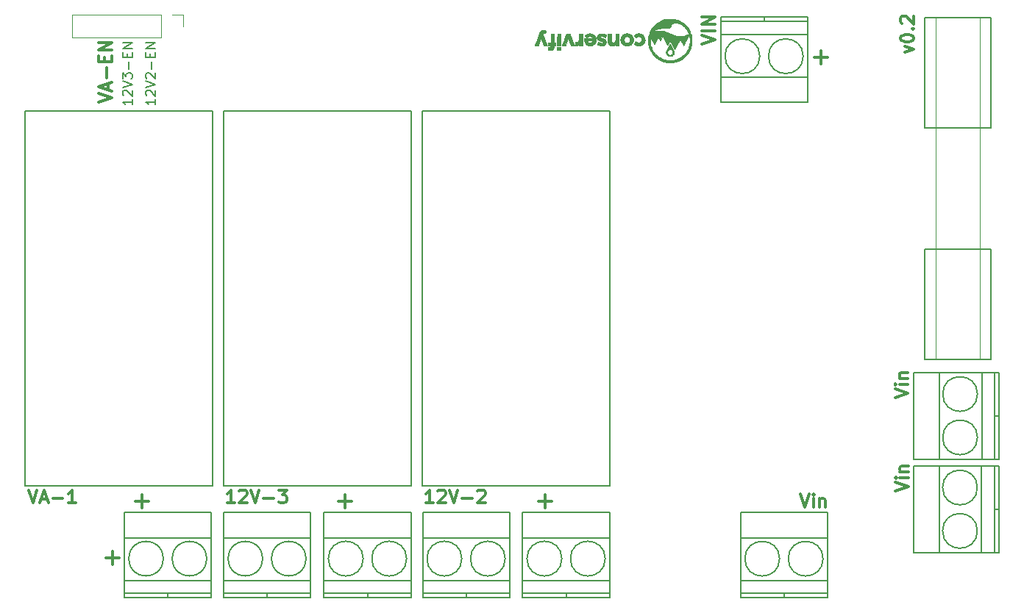
<source format=gbr>
G04 #@! TF.FileFunction,Legend,Top*
%FSLAX46Y46*%
G04 Gerber Fmt 4.6, Leading zero omitted, Abs format (unit mm)*
G04 Created by KiCad (PCBNEW 4.0.7-e2-6376~58~ubuntu16.04.1) date Mon Nov 13 16:04:29 2017*
%MOMM*%
%LPD*%
G01*
G04 APERTURE LIST*
%ADD10C,0.100000*%
%ADD11C,0.300000*%
%ADD12C,0.200000*%
%ADD13C,0.120000*%
%ADD14C,0.150000*%
%ADD15C,0.010000*%
G04 APERTURE END LIST*
D10*
D11*
X183303171Y-94474314D02*
X184803171Y-93974314D01*
X183303171Y-93474314D01*
X184803171Y-92974314D02*
X183803171Y-92974314D01*
X183303171Y-92974314D02*
X183374600Y-93045743D01*
X183446029Y-92974314D01*
X183374600Y-92902886D01*
X183303171Y-92974314D01*
X183446029Y-92974314D01*
X183803171Y-92260028D02*
X184803171Y-92260028D01*
X183946029Y-92260028D02*
X183874600Y-92188600D01*
X183803171Y-92045742D01*
X183803171Y-91831457D01*
X183874600Y-91688600D01*
X184017457Y-91617171D01*
X184803171Y-91617171D01*
X183353971Y-105218514D02*
X184853971Y-104718514D01*
X183353971Y-104218514D01*
X184853971Y-103718514D02*
X183853971Y-103718514D01*
X183353971Y-103718514D02*
X183425400Y-103789943D01*
X183496829Y-103718514D01*
X183425400Y-103647086D01*
X183353971Y-103718514D01*
X183496829Y-103718514D01*
X183853971Y-103004228D02*
X184853971Y-103004228D01*
X183996829Y-103004228D02*
X183925400Y-102932800D01*
X183853971Y-102789942D01*
X183853971Y-102575657D01*
X183925400Y-102432800D01*
X184068257Y-102361371D01*
X184853971Y-102361371D01*
X172428886Y-105604571D02*
X172928886Y-107104571D01*
X173428886Y-105604571D01*
X173928886Y-107104571D02*
X173928886Y-106104571D01*
X173928886Y-105604571D02*
X173857457Y-105676000D01*
X173928886Y-105747429D01*
X174000314Y-105676000D01*
X173928886Y-105604571D01*
X173928886Y-105747429D01*
X174643172Y-106104571D02*
X174643172Y-107104571D01*
X174643172Y-106247429D02*
X174714600Y-106176000D01*
X174857458Y-106104571D01*
X175071743Y-106104571D01*
X175214600Y-106176000D01*
X175286029Y-106318857D01*
X175286029Y-107104571D01*
D12*
X98160619Y-60109524D02*
X98160619Y-60738095D01*
X98160619Y-60423809D02*
X97060619Y-60423809D01*
X97217762Y-60528571D01*
X97322524Y-60633333D01*
X97374905Y-60738095D01*
X97165381Y-59690476D02*
X97113000Y-59638095D01*
X97060619Y-59533333D01*
X97060619Y-59271429D01*
X97113000Y-59166667D01*
X97165381Y-59114286D01*
X97270143Y-59061905D01*
X97374905Y-59061905D01*
X97532048Y-59114286D01*
X98160619Y-59742857D01*
X98160619Y-59061905D01*
X97060619Y-58747619D02*
X98160619Y-58380952D01*
X97060619Y-58014286D01*
X97165381Y-57700000D02*
X97113000Y-57647619D01*
X97060619Y-57542857D01*
X97060619Y-57280953D01*
X97113000Y-57176191D01*
X97165381Y-57123810D01*
X97270143Y-57071429D01*
X97374905Y-57071429D01*
X97532048Y-57123810D01*
X98160619Y-57752381D01*
X98160619Y-57071429D01*
X97741571Y-56600000D02*
X97741571Y-55761905D01*
X97584429Y-55238095D02*
X97584429Y-54871429D01*
X98160619Y-54714286D02*
X98160619Y-55238095D01*
X97060619Y-55238095D01*
X97060619Y-54714286D01*
X98160619Y-54242857D02*
X97060619Y-54242857D01*
X98160619Y-53614286D01*
X97060619Y-53614286D01*
X95493619Y-60109524D02*
X95493619Y-60738095D01*
X95493619Y-60423809D02*
X94393619Y-60423809D01*
X94550762Y-60528571D01*
X94655524Y-60633333D01*
X94707905Y-60738095D01*
X94498381Y-59690476D02*
X94446000Y-59638095D01*
X94393619Y-59533333D01*
X94393619Y-59271429D01*
X94446000Y-59166667D01*
X94498381Y-59114286D01*
X94603143Y-59061905D01*
X94707905Y-59061905D01*
X94865048Y-59114286D01*
X95493619Y-59742857D01*
X95493619Y-59061905D01*
X94393619Y-58747619D02*
X95493619Y-58380952D01*
X94393619Y-58014286D01*
X94393619Y-57752381D02*
X94393619Y-57071429D01*
X94812667Y-57438095D01*
X94812667Y-57280953D01*
X94865048Y-57176191D01*
X94917429Y-57123810D01*
X95022190Y-57071429D01*
X95284095Y-57071429D01*
X95388857Y-57123810D01*
X95441238Y-57176191D01*
X95493619Y-57280953D01*
X95493619Y-57595238D01*
X95441238Y-57700000D01*
X95388857Y-57752381D01*
X95074571Y-56600000D02*
X95074571Y-55761905D01*
X94917429Y-55238095D02*
X94917429Y-54871429D01*
X95493619Y-54714286D02*
X95493619Y-55238095D01*
X94393619Y-55238095D01*
X94393619Y-54714286D01*
X95493619Y-54242857D02*
X94393619Y-54242857D01*
X95493619Y-53614286D01*
X94393619Y-53614286D01*
D11*
X91634571Y-60431714D02*
X93134571Y-59931714D01*
X91634571Y-59431714D01*
X92706000Y-59003143D02*
X92706000Y-58288857D01*
X93134571Y-59146000D02*
X91634571Y-58646000D01*
X93134571Y-58146000D01*
X92563143Y-57646000D02*
X92563143Y-56503143D01*
X92348857Y-55788857D02*
X92348857Y-55288857D01*
X93134571Y-55074571D02*
X93134571Y-55788857D01*
X91634571Y-55788857D01*
X91634571Y-55074571D01*
X93134571Y-54431714D02*
X91634571Y-54431714D01*
X93134571Y-53574571D01*
X91634571Y-53574571D01*
X93979905Y-112918857D02*
X92456095Y-112918857D01*
X93218000Y-113680762D02*
X93218000Y-112156952D01*
X143763905Y-106441857D02*
X142240095Y-106441857D01*
X143002000Y-107203762D02*
X143002000Y-105679952D01*
X120776905Y-106441857D02*
X119253095Y-106441857D01*
X120015000Y-107203762D02*
X120015000Y-105679952D01*
X97408905Y-106441857D02*
X95885095Y-106441857D01*
X96647000Y-107203762D02*
X96647000Y-105679952D01*
X175513905Y-55260857D02*
X173990095Y-55260857D01*
X174752000Y-56022762D02*
X174752000Y-54498952D01*
X184463571Y-54720856D02*
X185463571Y-54363713D01*
X184463571Y-54006571D01*
X183963571Y-53149428D02*
X183963571Y-53006571D01*
X184035000Y-52863714D01*
X184106429Y-52792285D01*
X184249286Y-52720856D01*
X184535000Y-52649428D01*
X184892143Y-52649428D01*
X185177857Y-52720856D01*
X185320714Y-52792285D01*
X185392143Y-52863714D01*
X185463571Y-53006571D01*
X185463571Y-53149428D01*
X185392143Y-53292285D01*
X185320714Y-53363714D01*
X185177857Y-53435142D01*
X184892143Y-53506571D01*
X184535000Y-53506571D01*
X184249286Y-53435142D01*
X184106429Y-53363714D01*
X184035000Y-53292285D01*
X183963571Y-53149428D01*
X185320714Y-52006571D02*
X185392143Y-51935143D01*
X185463571Y-52006571D01*
X185392143Y-52078000D01*
X185320714Y-52006571D01*
X185463571Y-52006571D01*
X184106429Y-51363714D02*
X184035000Y-51292285D01*
X183963571Y-51149428D01*
X183963571Y-50792285D01*
X184035000Y-50649428D01*
X184106429Y-50577999D01*
X184249286Y-50506571D01*
X184392143Y-50506571D01*
X184606429Y-50577999D01*
X185463571Y-51435142D01*
X185463571Y-50506571D01*
X107275832Y-106614921D02*
X106418689Y-106614921D01*
X106847261Y-106614921D02*
X106847261Y-105114921D01*
X106704404Y-105329207D01*
X106561546Y-105472064D01*
X106418689Y-105543493D01*
X107847260Y-105257779D02*
X107918689Y-105186350D01*
X108061546Y-105114921D01*
X108418689Y-105114921D01*
X108561546Y-105186350D01*
X108632975Y-105257779D01*
X108704403Y-105400636D01*
X108704403Y-105543493D01*
X108632975Y-105757779D01*
X107775832Y-106614921D01*
X108704403Y-106614921D01*
X109132974Y-105114921D02*
X109632974Y-106614921D01*
X110132974Y-105114921D01*
X110632974Y-106043493D02*
X111775831Y-106043493D01*
X112347260Y-105114921D02*
X113275831Y-105114921D01*
X112775831Y-105686350D01*
X112990117Y-105686350D01*
X113132974Y-105757779D01*
X113204403Y-105829207D01*
X113275831Y-105972064D01*
X113275831Y-106329207D01*
X113204403Y-106472064D01*
X113132974Y-106543493D01*
X112990117Y-106614921D01*
X112561545Y-106614921D01*
X112418688Y-106543493D01*
X112347260Y-106472064D01*
X161103571Y-53712857D02*
X162603571Y-53212857D01*
X161103571Y-52712857D01*
X162603571Y-52212857D02*
X161103571Y-52212857D01*
X162603571Y-51498571D02*
X161103571Y-51498571D01*
X162603571Y-50641428D01*
X161103571Y-50641428D01*
X83566546Y-105114921D02*
X84066546Y-106614921D01*
X84566546Y-105114921D01*
X84995117Y-106186350D02*
X85709403Y-106186350D01*
X84852260Y-106614921D02*
X85352260Y-105114921D01*
X85852260Y-106614921D01*
X86352260Y-106043493D02*
X87495117Y-106043493D01*
X88995117Y-106614921D02*
X88137974Y-106614921D01*
X88566546Y-106614921D02*
X88566546Y-105114921D01*
X88423689Y-105329207D01*
X88280831Y-105472064D01*
X88137974Y-105543493D01*
X130135832Y-106614921D02*
X129278689Y-106614921D01*
X129707261Y-106614921D02*
X129707261Y-105114921D01*
X129564404Y-105329207D01*
X129421546Y-105472064D01*
X129278689Y-105543493D01*
X130707260Y-105257779D02*
X130778689Y-105186350D01*
X130921546Y-105114921D01*
X131278689Y-105114921D01*
X131421546Y-105186350D01*
X131492975Y-105257779D01*
X131564403Y-105400636D01*
X131564403Y-105543493D01*
X131492975Y-105757779D01*
X130635832Y-106614921D01*
X131564403Y-106614921D01*
X131992974Y-105114921D02*
X132492974Y-106614921D01*
X132992974Y-105114921D01*
X133492974Y-106043493D02*
X134635831Y-106043493D01*
X135278688Y-105257779D02*
X135350117Y-105186350D01*
X135492974Y-105114921D01*
X135850117Y-105114921D01*
X135992974Y-105186350D01*
X136064403Y-105257779D01*
X136135831Y-105400636D01*
X136135831Y-105543493D01*
X136064403Y-105757779D01*
X135207260Y-106614921D01*
X136135831Y-106614921D01*
D13*
X98806000Y-50359000D02*
X88586000Y-50359000D01*
X88586000Y-50359000D02*
X88586000Y-53019000D01*
X88586000Y-53019000D02*
X98806000Y-53019000D01*
X98806000Y-53019000D02*
X98806000Y-50359000D01*
X100076000Y-50359000D02*
X101406000Y-50359000D01*
X101406000Y-50359000D02*
X101406000Y-51689000D01*
D14*
X150487260Y-104666350D02*
X128897260Y-104666350D01*
X150487260Y-61486350D02*
X150487260Y-104666350D01*
X128897260Y-61486350D02*
X150487260Y-61486350D01*
X128897260Y-104666350D02*
X128897260Y-61486350D01*
X127627260Y-104666350D02*
X106037260Y-104666350D01*
X127627260Y-61486350D02*
X127627260Y-104666350D01*
X106037260Y-61486350D02*
X127627260Y-61486350D01*
X106037260Y-104666350D02*
X106037260Y-61486350D01*
X104767260Y-104666350D02*
X83177260Y-104666350D01*
X104767260Y-61486350D02*
X104767260Y-104666350D01*
X83177260Y-61486350D02*
X104767260Y-61486350D01*
X83177260Y-104666350D02*
X83177260Y-61486350D01*
X168235000Y-51145000D02*
X168235000Y-50645000D01*
X167735000Y-55145000D02*
G75*
G03X167735000Y-55145000I-2000000J0D01*
G01*
X172735000Y-55145000D02*
G75*
G03X172735000Y-55145000I-2000000J0D01*
G01*
X173235000Y-52645000D02*
X163235000Y-52645000D01*
X173235000Y-57545000D02*
X163235000Y-57545000D01*
X173235000Y-51145000D02*
X163235000Y-51145000D01*
X173235000Y-50645000D02*
X163235000Y-50645000D01*
X163235000Y-50645000D02*
X163235000Y-60445000D01*
X163235000Y-60445000D02*
X173235000Y-60445000D01*
X173235000Y-60445000D02*
X173235000Y-50645000D01*
X145447260Y-117021350D02*
X145447260Y-117521350D01*
X149947260Y-113021350D02*
G75*
G03X149947260Y-113021350I-2000000J0D01*
G01*
X144947260Y-113021350D02*
G75*
G03X144947260Y-113021350I-2000000J0D01*
G01*
X140447260Y-115521350D02*
X150447260Y-115521350D01*
X140447260Y-110621350D02*
X150447260Y-110621350D01*
X140447260Y-117021350D02*
X150447260Y-117021350D01*
X140447260Y-117521350D02*
X150447260Y-117521350D01*
X150447260Y-117521350D02*
X150447260Y-107721350D01*
X150447260Y-107721350D02*
X140447260Y-107721350D01*
X140447260Y-107721350D02*
X140447260Y-117521350D01*
X122587260Y-117021350D02*
X122587260Y-117521350D01*
X127087260Y-113021350D02*
G75*
G03X127087260Y-113021350I-2000000J0D01*
G01*
X122087260Y-113021350D02*
G75*
G03X122087260Y-113021350I-2000000J0D01*
G01*
X117587260Y-115521350D02*
X127587260Y-115521350D01*
X117587260Y-110621350D02*
X127587260Y-110621350D01*
X117587260Y-117021350D02*
X127587260Y-117021350D01*
X117587260Y-117521350D02*
X127587260Y-117521350D01*
X127587260Y-117521350D02*
X127587260Y-107721350D01*
X127587260Y-107721350D02*
X117587260Y-107721350D01*
X117587260Y-107721350D02*
X117587260Y-117521350D01*
X99600260Y-117021350D02*
X99600260Y-117521350D01*
X104100260Y-113021350D02*
G75*
G03X104100260Y-113021350I-2000000J0D01*
G01*
X99100260Y-113021350D02*
G75*
G03X99100260Y-113021350I-2000000J0D01*
G01*
X94600260Y-115521350D02*
X104600260Y-115521350D01*
X94600260Y-110621350D02*
X104600260Y-110621350D01*
X94600260Y-117021350D02*
X104600260Y-117021350D01*
X94600260Y-117521350D02*
X104600260Y-117521350D01*
X104600260Y-117521350D02*
X104600260Y-107721350D01*
X104600260Y-107721350D02*
X94600260Y-107721350D01*
X94600260Y-107721350D02*
X94600260Y-117521350D01*
X133937260Y-117021350D02*
X133937260Y-117521350D01*
X138437260Y-113021350D02*
G75*
G03X138437260Y-113021350I-2000000J0D01*
G01*
X133437260Y-113021350D02*
G75*
G03X133437260Y-113021350I-2000000J0D01*
G01*
X128937260Y-115521350D02*
X138937260Y-115521350D01*
X128937260Y-110621350D02*
X138937260Y-110621350D01*
X128937260Y-117021350D02*
X138937260Y-117021350D01*
X128937260Y-117521350D02*
X138937260Y-117521350D01*
X138937260Y-117521350D02*
X138937260Y-107721350D01*
X138937260Y-107721350D02*
X128937260Y-107721350D01*
X128937260Y-107721350D02*
X128937260Y-117521350D01*
X111030260Y-117021350D02*
X111030260Y-117521350D01*
X115530260Y-113021350D02*
G75*
G03X115530260Y-113021350I-2000000J0D01*
G01*
X110530260Y-113021350D02*
G75*
G03X110530260Y-113021350I-2000000J0D01*
G01*
X106030260Y-115521350D02*
X116030260Y-115521350D01*
X106030260Y-110621350D02*
X116030260Y-110621350D01*
X106030260Y-117021350D02*
X116030260Y-117021350D01*
X106030260Y-117521350D02*
X116030260Y-117521350D01*
X116030260Y-117521350D02*
X116030260Y-107721350D01*
X116030260Y-107721350D02*
X106030260Y-107721350D01*
X106030260Y-107721350D02*
X106030260Y-117521350D01*
X194790500Y-96560000D02*
X195290500Y-96560000D01*
X192790500Y-94060000D02*
G75*
G03X192790500Y-94060000I-2000000J0D01*
G01*
X192790500Y-99060000D02*
G75*
G03X192790500Y-99060000I-2000000J0D01*
G01*
X193290500Y-101560000D02*
X193290500Y-91560000D01*
X188390500Y-101560000D02*
X188390500Y-91560000D01*
X194790500Y-101560000D02*
X194790500Y-91560000D01*
X195290500Y-101560000D02*
X195290500Y-91560000D01*
X195290500Y-91560000D02*
X185490500Y-91560000D01*
X185490500Y-91560000D02*
X185490500Y-101560000D01*
X185490500Y-101560000D02*
X195290500Y-101560000D01*
D15*
G36*
X157337691Y-55863967D02*
X157281813Y-55863371D01*
X157233701Y-55862153D01*
X157190888Y-55860129D01*
X157150910Y-55857117D01*
X157111299Y-55852933D01*
X157069591Y-55847393D01*
X157023320Y-55840315D01*
X156973729Y-55832140D01*
X156803374Y-55797088D01*
X156636464Y-55750074D01*
X156473588Y-55691512D01*
X156315334Y-55621814D01*
X156162292Y-55541393D01*
X156015051Y-55450663D01*
X155874200Y-55350037D01*
X155740329Y-55239927D01*
X155614027Y-55120747D01*
X155495883Y-54992910D01*
X155386487Y-54856829D01*
X155286427Y-54712916D01*
X155218901Y-54601903D01*
X155135296Y-54443635D01*
X155063873Y-54281851D01*
X155004618Y-54116501D01*
X154957519Y-53947531D01*
X154922564Y-53774890D01*
X154899740Y-53598525D01*
X154889033Y-53418383D01*
X154890082Y-53243512D01*
X154902843Y-53068632D01*
X154927995Y-52895581D01*
X154965285Y-52724998D01*
X155014459Y-52557522D01*
X155075266Y-52393793D01*
X155147451Y-52234449D01*
X155230762Y-52080129D01*
X155324945Y-51931474D01*
X155429747Y-51789122D01*
X155499246Y-51705120D01*
X155536565Y-51663690D01*
X155581116Y-51617060D01*
X155630359Y-51567682D01*
X155681751Y-51518010D01*
X155732753Y-51470496D01*
X155780823Y-51427593D01*
X155823419Y-51391755D01*
X155826258Y-51389471D01*
X155969477Y-51282614D01*
X156118922Y-51186468D01*
X156273903Y-51101411D01*
X156433735Y-51027825D01*
X156584650Y-50970522D01*
X156756736Y-50918235D01*
X156930915Y-50878348D01*
X157106702Y-50850924D01*
X157283611Y-50836029D01*
X157461155Y-50833729D01*
X157572075Y-50838704D01*
X157749113Y-50856888D01*
X157923504Y-50887339D01*
X158094668Y-50929792D01*
X158262022Y-50983983D01*
X158424984Y-51049647D01*
X158582973Y-51126520D01*
X158735406Y-51214338D01*
X158881702Y-51312835D01*
X159021278Y-51421748D01*
X159153553Y-51540813D01*
X159184890Y-51571611D01*
X159305984Y-51701532D01*
X159416786Y-51838535D01*
X159517119Y-51982021D01*
X159606805Y-52131391D01*
X159685666Y-52286047D01*
X159753525Y-52445389D01*
X159795891Y-52567547D01*
X159548160Y-52567547D01*
X159546906Y-52558758D01*
X159541079Y-52540285D01*
X159531412Y-52513985D01*
X159518639Y-52481710D01*
X159503494Y-52445316D01*
X159486711Y-52406657D01*
X159469068Y-52367685D01*
X159451474Y-52331923D01*
X159428551Y-52288661D01*
X159402050Y-52240945D01*
X159373719Y-52191819D01*
X159345309Y-52144329D01*
X159318567Y-52101521D01*
X159299983Y-52073325D01*
X159212766Y-51954249D01*
X159116149Y-51838848D01*
X159011999Y-51728994D01*
X158902185Y-51626565D01*
X158788575Y-51533434D01*
X158695062Y-51466111D01*
X158634351Y-51430982D01*
X158562319Y-51399697D01*
X158479826Y-51372503D01*
X158387732Y-51349648D01*
X158286896Y-51331382D01*
X158184850Y-51318612D01*
X158151605Y-51316464D01*
X158109796Y-51315524D01*
X158063498Y-51315747D01*
X158016787Y-51317085D01*
X157973737Y-51319491D01*
X157952591Y-51321303D01*
X157868957Y-51333282D01*
X157791513Y-51351598D01*
X157721696Y-51375755D01*
X157660944Y-51405255D01*
X157610997Y-51439354D01*
X157578215Y-51469999D01*
X157553722Y-51502499D01*
X157535830Y-51539938D01*
X157522849Y-51585400D01*
X157518289Y-51608559D01*
X157504489Y-51669385D01*
X157486021Y-51719738D01*
X157461926Y-51761292D01*
X157431249Y-51795720D01*
X157395471Y-51823132D01*
X157361864Y-51842425D01*
X157324472Y-51858969D01*
X157282261Y-51872920D01*
X157234200Y-51884433D01*
X157179258Y-51893664D01*
X157116403Y-51900770D01*
X157044603Y-51905905D01*
X156962826Y-51909225D01*
X156870041Y-51910888D01*
X156812594Y-51911152D01*
X156663510Y-51912889D01*
X156526515Y-51917909D01*
X156401648Y-51926211D01*
X156288947Y-51937790D01*
X156188450Y-51952644D01*
X156121100Y-51965934D01*
X155995604Y-51999338D01*
X155875991Y-52042239D01*
X155763118Y-52094165D01*
X155657842Y-52154643D01*
X155561019Y-52223201D01*
X155473505Y-52299365D01*
X155423902Y-52350638D01*
X155400656Y-52376369D01*
X155467191Y-52342978D01*
X155501115Y-52326586D01*
X155538227Y-52309665D01*
X155572986Y-52294700D01*
X155590444Y-52287679D01*
X155636161Y-52271755D01*
X155690795Y-52255508D01*
X155750625Y-52239855D01*
X155811931Y-52225717D01*
X155870990Y-52214011D01*
X155921075Y-52206054D01*
X155965740Y-52201419D01*
X156019820Y-52197959D01*
X156080084Y-52195702D01*
X156143300Y-52194676D01*
X156206235Y-52194906D01*
X156265658Y-52196422D01*
X156318336Y-52199250D01*
X156352875Y-52202408D01*
X156520943Y-52227522D01*
X156691657Y-52264163D01*
X156863378Y-52311904D01*
X157034467Y-52370318D01*
X157112780Y-52400765D01*
X157139152Y-52411487D01*
X157163957Y-52421749D01*
X157188662Y-52432207D01*
X157214735Y-52443519D01*
X157243645Y-52456340D01*
X157276860Y-52471328D01*
X157315848Y-52489138D01*
X157362078Y-52510429D01*
X157417017Y-52535856D01*
X157475238Y-52562873D01*
X157643531Y-52635656D01*
X157810596Y-52697220D01*
X157976056Y-52747540D01*
X158139534Y-52786593D01*
X158300654Y-52814353D01*
X158459038Y-52830794D01*
X158614310Y-52835893D01*
X158766092Y-52829624D01*
X158914008Y-52811963D01*
X159057681Y-52782884D01*
X159196733Y-52742362D01*
X159330788Y-52690373D01*
X159340276Y-52686169D01*
X159371173Y-52671671D01*
X159404668Y-52654794D01*
X159438760Y-52636682D01*
X159471449Y-52618474D01*
X159500735Y-52601313D01*
X159524617Y-52586341D01*
X159541095Y-52574697D01*
X159548160Y-52567547D01*
X159795891Y-52567547D01*
X159810205Y-52608819D01*
X159855527Y-52775737D01*
X159889314Y-52945545D01*
X159911389Y-53117644D01*
X159921573Y-53291436D01*
X159920196Y-53419410D01*
X159689399Y-53419410D01*
X159689365Y-53344318D01*
X159687560Y-53267312D01*
X159684079Y-53191616D01*
X159679014Y-53120458D01*
X159672460Y-53057062D01*
X159668588Y-53028850D01*
X159661614Y-52985926D01*
X159653448Y-52940597D01*
X159644460Y-52894461D01*
X159635021Y-52849117D01*
X159625501Y-52806163D01*
X159616269Y-52767196D01*
X159607695Y-52733816D01*
X159600149Y-52707621D01*
X159594001Y-52690209D01*
X159589621Y-52683178D01*
X159588642Y-52683393D01*
X159585399Y-52689355D01*
X159576773Y-52705900D01*
X159563142Y-52732291D01*
X159544881Y-52767792D01*
X159522368Y-52811668D01*
X159495979Y-52863181D01*
X159466092Y-52921596D01*
X159433083Y-52986176D01*
X159397330Y-53056185D01*
X159359208Y-53130887D01*
X159319096Y-53209546D01*
X159277369Y-53291425D01*
X159275982Y-53294148D01*
X159234195Y-53376098D01*
X159193977Y-53454824D01*
X159155705Y-53529591D01*
X159119760Y-53599666D01*
X159086520Y-53664315D01*
X159056364Y-53722803D01*
X159029671Y-53774397D01*
X159006821Y-53818363D01*
X158988193Y-53853966D01*
X158974165Y-53880473D01*
X158965117Y-53897149D01*
X158961428Y-53903261D01*
X158961401Y-53903274D01*
X158957626Y-53898078D01*
X158948420Y-53882589D01*
X158934293Y-53857737D01*
X158915757Y-53824454D01*
X158893323Y-53783669D01*
X158867502Y-53736315D01*
X158838804Y-53683321D01*
X158807742Y-53625618D01*
X158774826Y-53564137D01*
X158763549Y-53542999D01*
X158730130Y-53480429D01*
X158698414Y-53421287D01*
X158668910Y-53366508D01*
X158642129Y-53317029D01*
X158618581Y-53273785D01*
X158598774Y-53237710D01*
X158583220Y-53209740D01*
X158572428Y-53190811D01*
X158566907Y-53181857D01*
X158566329Y-53181250D01*
X158562869Y-53186769D01*
X158553972Y-53202831D01*
X158540028Y-53228696D01*
X158521426Y-53263620D01*
X158498556Y-53306864D01*
X158471808Y-53357686D01*
X158441571Y-53415344D01*
X158408235Y-53479098D01*
X158372189Y-53548205D01*
X158333823Y-53621924D01*
X158293526Y-53699514D01*
X158258522Y-53767038D01*
X158216883Y-53847394D01*
X158176853Y-53924575D01*
X158138823Y-53997832D01*
X158103182Y-54066417D01*
X158070322Y-54129581D01*
X158040632Y-54186577D01*
X158014501Y-54236656D01*
X157992321Y-54279069D01*
X157974481Y-54313069D01*
X157961371Y-54337907D01*
X157953381Y-54352835D01*
X157950917Y-54357164D01*
X157947388Y-54352327D01*
X157938322Y-54337048D01*
X157924141Y-54312100D01*
X157905269Y-54278257D01*
X157882128Y-54236292D01*
X157855141Y-54186978D01*
X157824731Y-54131087D01*
X157791321Y-54069393D01*
X157755333Y-54002669D01*
X157717191Y-53931688D01*
X157677317Y-53857224D01*
X157670500Y-53844469D01*
X157630364Y-53769406D01*
X157591911Y-53697616D01*
X157555564Y-53629881D01*
X157521746Y-53566981D01*
X157490877Y-53509697D01*
X157463380Y-53458811D01*
X157439678Y-53415102D01*
X157420192Y-53379353D01*
X157405344Y-53352343D01*
X157395557Y-53334855D01*
X157391252Y-53327668D01*
X157391100Y-53327526D01*
X157387641Y-53333009D01*
X157378952Y-53348692D01*
X157365612Y-53373481D01*
X157348199Y-53406280D01*
X157327292Y-53445996D01*
X157303469Y-53491534D01*
X157277308Y-53541800D01*
X157249387Y-53595698D01*
X157248542Y-53597333D01*
X157220552Y-53651329D01*
X157194262Y-53701719D01*
X157170256Y-53747409D01*
X157149117Y-53787304D01*
X157131428Y-53820310D01*
X157117773Y-53845332D01*
X157108734Y-53861276D01*
X157104894Y-53867046D01*
X157104867Y-53867050D01*
X157101306Y-53861579D01*
X157092208Y-53845695D01*
X157078005Y-53820196D01*
X157059130Y-53785878D01*
X157036016Y-53743539D01*
X157009096Y-53693976D01*
X156978803Y-53637984D01*
X156945569Y-53576362D01*
X156909828Y-53509906D01*
X156872012Y-53439413D01*
X156834951Y-53370163D01*
X156795279Y-53295966D01*
X156757095Y-53224584D01*
X156720856Y-53156866D01*
X156687015Y-53093661D01*
X156656027Y-53035817D01*
X156628348Y-52984183D01*
X156604431Y-52939606D01*
X156584732Y-52902935D01*
X156569706Y-52875018D01*
X156559806Y-52856704D01*
X156555687Y-52849188D01*
X156542047Y-52825100D01*
X156411377Y-53077788D01*
X156384278Y-53129968D01*
X156358866Y-53178471D01*
X156335746Y-53222172D01*
X156315525Y-53259944D01*
X156298808Y-53290662D01*
X156286202Y-53313200D01*
X156278314Y-53326431D01*
X156275833Y-53329568D01*
X156271827Y-53323951D01*
X156262572Y-53308367D01*
X156248767Y-53284069D01*
X156231107Y-53252311D01*
X156210291Y-53214347D01*
X156187016Y-53171431D01*
X156162030Y-53124913D01*
X156137080Y-53078528D01*
X156113940Y-53036051D01*
X156093294Y-52998699D01*
X156075830Y-52967689D01*
X156062232Y-52944239D01*
X156053187Y-52929567D01*
X156049380Y-52924889D01*
X156049368Y-52924900D01*
X156045919Y-52931010D01*
X156037108Y-52947522D01*
X156023396Y-52973551D01*
X156005244Y-53008212D01*
X155983112Y-53050622D01*
X155957463Y-53099895D01*
X155928756Y-53155147D01*
X155897454Y-53215494D01*
X155864016Y-53280050D01*
X155828904Y-53347932D01*
X155827779Y-53350106D01*
X155792659Y-53417970D01*
X155759210Y-53482446D01*
X155727889Y-53542661D01*
X155699155Y-53597742D01*
X155673468Y-53646813D01*
X155651286Y-53689000D01*
X155633067Y-53723429D01*
X155619270Y-53749227D01*
X155610353Y-53765518D01*
X155606776Y-53771428D01*
X155606750Y-53771436D01*
X155603135Y-53766053D01*
X155593702Y-53750536D01*
X155578962Y-53725760D01*
X155559429Y-53692602D01*
X155535613Y-53651936D01*
X155508027Y-53604639D01*
X155477182Y-53551586D01*
X155443591Y-53493654D01*
X155407766Y-53431717D01*
X155378491Y-53380999D01*
X155341288Y-53316662D01*
X155305880Y-53255765D01*
X155272779Y-53199169D01*
X155242501Y-53147738D01*
X155215559Y-53102334D01*
X155192466Y-53063819D01*
X155173736Y-53033056D01*
X155159882Y-53010906D01*
X155151418Y-52998233D01*
X155148880Y-52995490D01*
X155144656Y-53005980D01*
X155140430Y-53027501D01*
X155136330Y-53058382D01*
X155132483Y-53096956D01*
X155129018Y-53141552D01*
X155126061Y-53190502D01*
X155123742Y-53242136D01*
X155122188Y-53294786D01*
X155121527Y-53346782D01*
X155121514Y-53352700D01*
X155123170Y-53461915D01*
X155128648Y-53562520D01*
X155138349Y-53658136D01*
X155152680Y-53752385D01*
X155172042Y-53848887D01*
X155181369Y-53889275D01*
X155226007Y-54050744D01*
X155281489Y-54206179D01*
X155348241Y-54356552D01*
X155426689Y-54502835D01*
X155505803Y-54629050D01*
X155551306Y-54695032D01*
X155595492Y-54754730D01*
X155640784Y-54811067D01*
X155689607Y-54866964D01*
X155744386Y-54925344D01*
X155790544Y-54972223D01*
X155874574Y-55053135D01*
X155956034Y-55124953D01*
X156037888Y-55190011D01*
X156123098Y-55250648D01*
X156214629Y-55309199D01*
X156228912Y-55317842D01*
X156376327Y-55399179D01*
X156527965Y-55468810D01*
X156683166Y-55526755D01*
X156841270Y-55573030D01*
X157001615Y-55607654D01*
X157163543Y-55630645D01*
X157326391Y-55642020D01*
X157489499Y-55641798D01*
X157652206Y-55629997D01*
X157813853Y-55606634D01*
X157973778Y-55571728D01*
X158131321Y-55525296D01*
X158285822Y-55467357D01*
X158436619Y-55397929D01*
X158583052Y-55317029D01*
X158686500Y-55250950D01*
X158823234Y-55150789D01*
X158951297Y-55041636D01*
X159070352Y-54924065D01*
X159180063Y-54798650D01*
X159280092Y-54665964D01*
X159370104Y-54526583D01*
X159449760Y-54381080D01*
X159518726Y-54230029D01*
X159576663Y-54074004D01*
X159623235Y-53913579D01*
X159658105Y-53749329D01*
X159680938Y-53581827D01*
X159683780Y-53550945D01*
X159687569Y-53489361D01*
X159689399Y-53419410D01*
X159920196Y-53419410D01*
X159919690Y-53466320D01*
X159905561Y-53641699D01*
X159879009Y-53816973D01*
X159867671Y-53873833D01*
X159825175Y-54044910D01*
X159771260Y-54211102D01*
X159706381Y-54371969D01*
X159630993Y-54527074D01*
X159545551Y-54675979D01*
X159450509Y-54818244D01*
X159346322Y-54953433D01*
X159233445Y-55081106D01*
X159112333Y-55200827D01*
X158983440Y-55312155D01*
X158847222Y-55414654D01*
X158704132Y-55507885D01*
X158554626Y-55591410D01*
X158399158Y-55664790D01*
X158238183Y-55727588D01*
X158072157Y-55779365D01*
X157901533Y-55819683D01*
X157835600Y-55831905D01*
X157783368Y-55840640D01*
X157737611Y-55847661D01*
X157695890Y-55853151D01*
X157655768Y-55857292D01*
X157614809Y-55860265D01*
X157570573Y-55862253D01*
X157520625Y-55863437D01*
X157462527Y-55864000D01*
X157403800Y-55864125D01*
X157337691Y-55863967D01*
X157337691Y-55863967D01*
G37*
X157337691Y-55863967D02*
X157281813Y-55863371D01*
X157233701Y-55862153D01*
X157190888Y-55860129D01*
X157150910Y-55857117D01*
X157111299Y-55852933D01*
X157069591Y-55847393D01*
X157023320Y-55840315D01*
X156973729Y-55832140D01*
X156803374Y-55797088D01*
X156636464Y-55750074D01*
X156473588Y-55691512D01*
X156315334Y-55621814D01*
X156162292Y-55541393D01*
X156015051Y-55450663D01*
X155874200Y-55350037D01*
X155740329Y-55239927D01*
X155614027Y-55120747D01*
X155495883Y-54992910D01*
X155386487Y-54856829D01*
X155286427Y-54712916D01*
X155218901Y-54601903D01*
X155135296Y-54443635D01*
X155063873Y-54281851D01*
X155004618Y-54116501D01*
X154957519Y-53947531D01*
X154922564Y-53774890D01*
X154899740Y-53598525D01*
X154889033Y-53418383D01*
X154890082Y-53243512D01*
X154902843Y-53068632D01*
X154927995Y-52895581D01*
X154965285Y-52724998D01*
X155014459Y-52557522D01*
X155075266Y-52393793D01*
X155147451Y-52234449D01*
X155230762Y-52080129D01*
X155324945Y-51931474D01*
X155429747Y-51789122D01*
X155499246Y-51705120D01*
X155536565Y-51663690D01*
X155581116Y-51617060D01*
X155630359Y-51567682D01*
X155681751Y-51518010D01*
X155732753Y-51470496D01*
X155780823Y-51427593D01*
X155823419Y-51391755D01*
X155826258Y-51389471D01*
X155969477Y-51282614D01*
X156118922Y-51186468D01*
X156273903Y-51101411D01*
X156433735Y-51027825D01*
X156584650Y-50970522D01*
X156756736Y-50918235D01*
X156930915Y-50878348D01*
X157106702Y-50850924D01*
X157283611Y-50836029D01*
X157461155Y-50833729D01*
X157572075Y-50838704D01*
X157749113Y-50856888D01*
X157923504Y-50887339D01*
X158094668Y-50929792D01*
X158262022Y-50983983D01*
X158424984Y-51049647D01*
X158582973Y-51126520D01*
X158735406Y-51214338D01*
X158881702Y-51312835D01*
X159021278Y-51421748D01*
X159153553Y-51540813D01*
X159184890Y-51571611D01*
X159305984Y-51701532D01*
X159416786Y-51838535D01*
X159517119Y-51982021D01*
X159606805Y-52131391D01*
X159685666Y-52286047D01*
X159753525Y-52445389D01*
X159795891Y-52567547D01*
X159548160Y-52567547D01*
X159546906Y-52558758D01*
X159541079Y-52540285D01*
X159531412Y-52513985D01*
X159518639Y-52481710D01*
X159503494Y-52445316D01*
X159486711Y-52406657D01*
X159469068Y-52367685D01*
X159451474Y-52331923D01*
X159428551Y-52288661D01*
X159402050Y-52240945D01*
X159373719Y-52191819D01*
X159345309Y-52144329D01*
X159318567Y-52101521D01*
X159299983Y-52073325D01*
X159212766Y-51954249D01*
X159116149Y-51838848D01*
X159011999Y-51728994D01*
X158902185Y-51626565D01*
X158788575Y-51533434D01*
X158695062Y-51466111D01*
X158634351Y-51430982D01*
X158562319Y-51399697D01*
X158479826Y-51372503D01*
X158387732Y-51349648D01*
X158286896Y-51331382D01*
X158184850Y-51318612D01*
X158151605Y-51316464D01*
X158109796Y-51315524D01*
X158063498Y-51315747D01*
X158016787Y-51317085D01*
X157973737Y-51319491D01*
X157952591Y-51321303D01*
X157868957Y-51333282D01*
X157791513Y-51351598D01*
X157721696Y-51375755D01*
X157660944Y-51405255D01*
X157610997Y-51439354D01*
X157578215Y-51469999D01*
X157553722Y-51502499D01*
X157535830Y-51539938D01*
X157522849Y-51585400D01*
X157518289Y-51608559D01*
X157504489Y-51669385D01*
X157486021Y-51719738D01*
X157461926Y-51761292D01*
X157431249Y-51795720D01*
X157395471Y-51823132D01*
X157361864Y-51842425D01*
X157324472Y-51858969D01*
X157282261Y-51872920D01*
X157234200Y-51884433D01*
X157179258Y-51893664D01*
X157116403Y-51900770D01*
X157044603Y-51905905D01*
X156962826Y-51909225D01*
X156870041Y-51910888D01*
X156812594Y-51911152D01*
X156663510Y-51912889D01*
X156526515Y-51917909D01*
X156401648Y-51926211D01*
X156288947Y-51937790D01*
X156188450Y-51952644D01*
X156121100Y-51965934D01*
X155995604Y-51999338D01*
X155875991Y-52042239D01*
X155763118Y-52094165D01*
X155657842Y-52154643D01*
X155561019Y-52223201D01*
X155473505Y-52299365D01*
X155423902Y-52350638D01*
X155400656Y-52376369D01*
X155467191Y-52342978D01*
X155501115Y-52326586D01*
X155538227Y-52309665D01*
X155572986Y-52294700D01*
X155590444Y-52287679D01*
X155636161Y-52271755D01*
X155690795Y-52255508D01*
X155750625Y-52239855D01*
X155811931Y-52225717D01*
X155870990Y-52214011D01*
X155921075Y-52206054D01*
X155965740Y-52201419D01*
X156019820Y-52197959D01*
X156080084Y-52195702D01*
X156143300Y-52194676D01*
X156206235Y-52194906D01*
X156265658Y-52196422D01*
X156318336Y-52199250D01*
X156352875Y-52202408D01*
X156520943Y-52227522D01*
X156691657Y-52264163D01*
X156863378Y-52311904D01*
X157034467Y-52370318D01*
X157112780Y-52400765D01*
X157139152Y-52411487D01*
X157163957Y-52421749D01*
X157188662Y-52432207D01*
X157214735Y-52443519D01*
X157243645Y-52456340D01*
X157276860Y-52471328D01*
X157315848Y-52489138D01*
X157362078Y-52510429D01*
X157417017Y-52535856D01*
X157475238Y-52562873D01*
X157643531Y-52635656D01*
X157810596Y-52697220D01*
X157976056Y-52747540D01*
X158139534Y-52786593D01*
X158300654Y-52814353D01*
X158459038Y-52830794D01*
X158614310Y-52835893D01*
X158766092Y-52829624D01*
X158914008Y-52811963D01*
X159057681Y-52782884D01*
X159196733Y-52742362D01*
X159330788Y-52690373D01*
X159340276Y-52686169D01*
X159371173Y-52671671D01*
X159404668Y-52654794D01*
X159438760Y-52636682D01*
X159471449Y-52618474D01*
X159500735Y-52601313D01*
X159524617Y-52586341D01*
X159541095Y-52574697D01*
X159548160Y-52567547D01*
X159795891Y-52567547D01*
X159810205Y-52608819D01*
X159855527Y-52775737D01*
X159889314Y-52945545D01*
X159911389Y-53117644D01*
X159921573Y-53291436D01*
X159920196Y-53419410D01*
X159689399Y-53419410D01*
X159689365Y-53344318D01*
X159687560Y-53267312D01*
X159684079Y-53191616D01*
X159679014Y-53120458D01*
X159672460Y-53057062D01*
X159668588Y-53028850D01*
X159661614Y-52985926D01*
X159653448Y-52940597D01*
X159644460Y-52894461D01*
X159635021Y-52849117D01*
X159625501Y-52806163D01*
X159616269Y-52767196D01*
X159607695Y-52733816D01*
X159600149Y-52707621D01*
X159594001Y-52690209D01*
X159589621Y-52683178D01*
X159588642Y-52683393D01*
X159585399Y-52689355D01*
X159576773Y-52705900D01*
X159563142Y-52732291D01*
X159544881Y-52767792D01*
X159522368Y-52811668D01*
X159495979Y-52863181D01*
X159466092Y-52921596D01*
X159433083Y-52986176D01*
X159397330Y-53056185D01*
X159359208Y-53130887D01*
X159319096Y-53209546D01*
X159277369Y-53291425D01*
X159275982Y-53294148D01*
X159234195Y-53376098D01*
X159193977Y-53454824D01*
X159155705Y-53529591D01*
X159119760Y-53599666D01*
X159086520Y-53664315D01*
X159056364Y-53722803D01*
X159029671Y-53774397D01*
X159006821Y-53818363D01*
X158988193Y-53853966D01*
X158974165Y-53880473D01*
X158965117Y-53897149D01*
X158961428Y-53903261D01*
X158961401Y-53903274D01*
X158957626Y-53898078D01*
X158948420Y-53882589D01*
X158934293Y-53857737D01*
X158915757Y-53824454D01*
X158893323Y-53783669D01*
X158867502Y-53736315D01*
X158838804Y-53683321D01*
X158807742Y-53625618D01*
X158774826Y-53564137D01*
X158763549Y-53542999D01*
X158730130Y-53480429D01*
X158698414Y-53421287D01*
X158668910Y-53366508D01*
X158642129Y-53317029D01*
X158618581Y-53273785D01*
X158598774Y-53237710D01*
X158583220Y-53209740D01*
X158572428Y-53190811D01*
X158566907Y-53181857D01*
X158566329Y-53181250D01*
X158562869Y-53186769D01*
X158553972Y-53202831D01*
X158540028Y-53228696D01*
X158521426Y-53263620D01*
X158498556Y-53306864D01*
X158471808Y-53357686D01*
X158441571Y-53415344D01*
X158408235Y-53479098D01*
X158372189Y-53548205D01*
X158333823Y-53621924D01*
X158293526Y-53699514D01*
X158258522Y-53767038D01*
X158216883Y-53847394D01*
X158176853Y-53924575D01*
X158138823Y-53997832D01*
X158103182Y-54066417D01*
X158070322Y-54129581D01*
X158040632Y-54186577D01*
X158014501Y-54236656D01*
X157992321Y-54279069D01*
X157974481Y-54313069D01*
X157961371Y-54337907D01*
X157953381Y-54352835D01*
X157950917Y-54357164D01*
X157947388Y-54352327D01*
X157938322Y-54337048D01*
X157924141Y-54312100D01*
X157905269Y-54278257D01*
X157882128Y-54236292D01*
X157855141Y-54186978D01*
X157824731Y-54131087D01*
X157791321Y-54069393D01*
X157755333Y-54002669D01*
X157717191Y-53931688D01*
X157677317Y-53857224D01*
X157670500Y-53844469D01*
X157630364Y-53769406D01*
X157591911Y-53697616D01*
X157555564Y-53629881D01*
X157521746Y-53566981D01*
X157490877Y-53509697D01*
X157463380Y-53458811D01*
X157439678Y-53415102D01*
X157420192Y-53379353D01*
X157405344Y-53352343D01*
X157395557Y-53334855D01*
X157391252Y-53327668D01*
X157391100Y-53327526D01*
X157387641Y-53333009D01*
X157378952Y-53348692D01*
X157365612Y-53373481D01*
X157348199Y-53406280D01*
X157327292Y-53445996D01*
X157303469Y-53491534D01*
X157277308Y-53541800D01*
X157249387Y-53595698D01*
X157248542Y-53597333D01*
X157220552Y-53651329D01*
X157194262Y-53701719D01*
X157170256Y-53747409D01*
X157149117Y-53787304D01*
X157131428Y-53820310D01*
X157117773Y-53845332D01*
X157108734Y-53861276D01*
X157104894Y-53867046D01*
X157104867Y-53867050D01*
X157101306Y-53861579D01*
X157092208Y-53845695D01*
X157078005Y-53820196D01*
X157059130Y-53785878D01*
X157036016Y-53743539D01*
X157009096Y-53693976D01*
X156978803Y-53637984D01*
X156945569Y-53576362D01*
X156909828Y-53509906D01*
X156872012Y-53439413D01*
X156834951Y-53370163D01*
X156795279Y-53295966D01*
X156757095Y-53224584D01*
X156720856Y-53156866D01*
X156687015Y-53093661D01*
X156656027Y-53035817D01*
X156628348Y-52984183D01*
X156604431Y-52939606D01*
X156584732Y-52902935D01*
X156569706Y-52875018D01*
X156559806Y-52856704D01*
X156555687Y-52849188D01*
X156542047Y-52825100D01*
X156411377Y-53077788D01*
X156384278Y-53129968D01*
X156358866Y-53178471D01*
X156335746Y-53222172D01*
X156315525Y-53259944D01*
X156298808Y-53290662D01*
X156286202Y-53313200D01*
X156278314Y-53326431D01*
X156275833Y-53329568D01*
X156271827Y-53323951D01*
X156262572Y-53308367D01*
X156248767Y-53284069D01*
X156231107Y-53252311D01*
X156210291Y-53214347D01*
X156187016Y-53171431D01*
X156162030Y-53124913D01*
X156137080Y-53078528D01*
X156113940Y-53036051D01*
X156093294Y-52998699D01*
X156075830Y-52967689D01*
X156062232Y-52944239D01*
X156053187Y-52929567D01*
X156049380Y-52924889D01*
X156049368Y-52924900D01*
X156045919Y-52931010D01*
X156037108Y-52947522D01*
X156023396Y-52973551D01*
X156005244Y-53008212D01*
X155983112Y-53050622D01*
X155957463Y-53099895D01*
X155928756Y-53155147D01*
X155897454Y-53215494D01*
X155864016Y-53280050D01*
X155828904Y-53347932D01*
X155827779Y-53350106D01*
X155792659Y-53417970D01*
X155759210Y-53482446D01*
X155727889Y-53542661D01*
X155699155Y-53597742D01*
X155673468Y-53646813D01*
X155651286Y-53689000D01*
X155633067Y-53723429D01*
X155619270Y-53749227D01*
X155610353Y-53765518D01*
X155606776Y-53771428D01*
X155606750Y-53771436D01*
X155603135Y-53766053D01*
X155593702Y-53750536D01*
X155578962Y-53725760D01*
X155559429Y-53692602D01*
X155535613Y-53651936D01*
X155508027Y-53604639D01*
X155477182Y-53551586D01*
X155443591Y-53493654D01*
X155407766Y-53431717D01*
X155378491Y-53380999D01*
X155341288Y-53316662D01*
X155305880Y-53255765D01*
X155272779Y-53199169D01*
X155242501Y-53147738D01*
X155215559Y-53102334D01*
X155192466Y-53063819D01*
X155173736Y-53033056D01*
X155159882Y-53010906D01*
X155151418Y-52998233D01*
X155148880Y-52995490D01*
X155144656Y-53005980D01*
X155140430Y-53027501D01*
X155136330Y-53058382D01*
X155132483Y-53096956D01*
X155129018Y-53141552D01*
X155126061Y-53190502D01*
X155123742Y-53242136D01*
X155122188Y-53294786D01*
X155121527Y-53346782D01*
X155121514Y-53352700D01*
X155123170Y-53461915D01*
X155128648Y-53562520D01*
X155138349Y-53658136D01*
X155152680Y-53752385D01*
X155172042Y-53848887D01*
X155181369Y-53889275D01*
X155226007Y-54050744D01*
X155281489Y-54206179D01*
X155348241Y-54356552D01*
X155426689Y-54502835D01*
X155505803Y-54629050D01*
X155551306Y-54695032D01*
X155595492Y-54754730D01*
X155640784Y-54811067D01*
X155689607Y-54866964D01*
X155744386Y-54925344D01*
X155790544Y-54972223D01*
X155874574Y-55053135D01*
X155956034Y-55124953D01*
X156037888Y-55190011D01*
X156123098Y-55250648D01*
X156214629Y-55309199D01*
X156228912Y-55317842D01*
X156376327Y-55399179D01*
X156527965Y-55468810D01*
X156683166Y-55526755D01*
X156841270Y-55573030D01*
X157001615Y-55607654D01*
X157163543Y-55630645D01*
X157326391Y-55642020D01*
X157489499Y-55641798D01*
X157652206Y-55629997D01*
X157813853Y-55606634D01*
X157973778Y-55571728D01*
X158131321Y-55525296D01*
X158285822Y-55467357D01*
X158436619Y-55397929D01*
X158583052Y-55317029D01*
X158686500Y-55250950D01*
X158823234Y-55150789D01*
X158951297Y-55041636D01*
X159070352Y-54924065D01*
X159180063Y-54798650D01*
X159280092Y-54665964D01*
X159370104Y-54526583D01*
X159449760Y-54381080D01*
X159518726Y-54230029D01*
X159576663Y-54074004D01*
X159623235Y-53913579D01*
X159658105Y-53749329D01*
X159680938Y-53581827D01*
X159683780Y-53550945D01*
X159687569Y-53489361D01*
X159689399Y-53419410D01*
X159920196Y-53419410D01*
X159919690Y-53466320D01*
X159905561Y-53641699D01*
X159879009Y-53816973D01*
X159867671Y-53873833D01*
X159825175Y-54044910D01*
X159771260Y-54211102D01*
X159706381Y-54371969D01*
X159630993Y-54527074D01*
X159545551Y-54675979D01*
X159450509Y-54818244D01*
X159346322Y-54953433D01*
X159233445Y-55081106D01*
X159112333Y-55200827D01*
X158983440Y-55312155D01*
X158847222Y-55414654D01*
X158704132Y-55507885D01*
X158554626Y-55591410D01*
X158399158Y-55664790D01*
X158238183Y-55727588D01*
X158072157Y-55779365D01*
X157901533Y-55819683D01*
X157835600Y-55831905D01*
X157783368Y-55840640D01*
X157737611Y-55847661D01*
X157695890Y-55853151D01*
X157655768Y-55857292D01*
X157614809Y-55860265D01*
X157570573Y-55862253D01*
X157520625Y-55863437D01*
X157462527Y-55864000D01*
X157403800Y-55864125D01*
X157337691Y-55863967D01*
G36*
X141989007Y-53917776D02*
X141943752Y-53917565D01*
X141904312Y-53917235D01*
X141872183Y-53916804D01*
X141848861Y-53916292D01*
X141835843Y-53915716D01*
X141833600Y-53915347D01*
X141835817Y-53908117D01*
X141842248Y-53889895D01*
X141852564Y-53861544D01*
X141866437Y-53823932D01*
X141883537Y-53777924D01*
X141903537Y-53724387D01*
X141926106Y-53664187D01*
X141950917Y-53598189D01*
X141977641Y-53527259D01*
X142005949Y-53452264D01*
X142035511Y-53374070D01*
X142066000Y-53293542D01*
X142097086Y-53211547D01*
X142128441Y-53128951D01*
X142159736Y-53046620D01*
X142190642Y-52965419D01*
X142220830Y-52886215D01*
X142249972Y-52809874D01*
X142277738Y-52737262D01*
X142303801Y-52669245D01*
X142327830Y-52606689D01*
X142349498Y-52550460D01*
X142368476Y-52501424D01*
X142384434Y-52460446D01*
X142397045Y-52428394D01*
X142405978Y-52406133D01*
X142410906Y-52394529D01*
X142411235Y-52393850D01*
X142451192Y-52323608D01*
X142494691Y-52265327D01*
X142542105Y-52218675D01*
X142593805Y-52183315D01*
X142650163Y-52158913D01*
X142681325Y-52150467D01*
X142727154Y-52142918D01*
X142779754Y-52138365D01*
X142833494Y-52137072D01*
X142882743Y-52139305D01*
X142893918Y-52140472D01*
X142960163Y-52152140D01*
X143026406Y-52171861D01*
X143046450Y-52179295D01*
X143073249Y-52190271D01*
X143099841Y-52202248D01*
X143123676Y-52213941D01*
X143142203Y-52224068D01*
X143152872Y-52231348D01*
X143154467Y-52233604D01*
X143151892Y-52241508D01*
X143144697Y-52258591D01*
X143133798Y-52282944D01*
X143120109Y-52312659D01*
X143104543Y-52345828D01*
X143088014Y-52380542D01*
X143071437Y-52414892D01*
X143055725Y-52446969D01*
X143041793Y-52474865D01*
X143030554Y-52496671D01*
X143022924Y-52510478D01*
X143019949Y-52514500D01*
X143011524Y-52511821D01*
X142995856Y-52504926D01*
X142982846Y-52498573D01*
X142931280Y-52477414D01*
X142881054Y-52466430D01*
X142834111Y-52465928D01*
X142808325Y-52470788D01*
X142787640Y-52480463D01*
X142765934Y-52496718D01*
X142746936Y-52516091D01*
X142734371Y-52535119D01*
X142732024Y-52541678D01*
X142733756Y-52550225D01*
X142740246Y-52570546D01*
X142751493Y-52602640D01*
X142767495Y-52646505D01*
X142788253Y-52702141D01*
X142813766Y-52769545D01*
X142844034Y-52848716D01*
X142879055Y-52939655D01*
X142918831Y-53042358D01*
X142963359Y-53156825D01*
X142992300Y-53231004D01*
X143026817Y-53319436D01*
X143060014Y-53404589D01*
X143091603Y-53485713D01*
X143121293Y-53562059D01*
X143148793Y-53632877D01*
X143173815Y-53697417D01*
X143196066Y-53754930D01*
X143215259Y-53804666D01*
X143231101Y-53845877D01*
X143243303Y-53877812D01*
X143251575Y-53899721D01*
X143255627Y-53910856D01*
X143256000Y-53912128D01*
X143249820Y-53913681D01*
X143231948Y-53914928D01*
X143203392Y-53915851D01*
X143165158Y-53916427D01*
X143118251Y-53916637D01*
X143063677Y-53916460D01*
X143048565Y-53916350D01*
X142841130Y-53914675D01*
X142536794Y-53001655D01*
X142432991Y-53324815D01*
X142411514Y-53391712D01*
X142389803Y-53459397D01*
X142368440Y-53526052D01*
X142348007Y-53589863D01*
X142329084Y-53649014D01*
X142312253Y-53701688D01*
X142298094Y-53746071D01*
X142287190Y-53780345D01*
X142286374Y-53782913D01*
X142243561Y-53917850D01*
X142038581Y-53917850D01*
X141989007Y-53917776D01*
X141989007Y-53917776D01*
G37*
X141989007Y-53917776D02*
X141943752Y-53917565D01*
X141904312Y-53917235D01*
X141872183Y-53916804D01*
X141848861Y-53916292D01*
X141835843Y-53915716D01*
X141833600Y-53915347D01*
X141835817Y-53908117D01*
X141842248Y-53889895D01*
X141852564Y-53861544D01*
X141866437Y-53823932D01*
X141883537Y-53777924D01*
X141903537Y-53724387D01*
X141926106Y-53664187D01*
X141950917Y-53598189D01*
X141977641Y-53527259D01*
X142005949Y-53452264D01*
X142035511Y-53374070D01*
X142066000Y-53293542D01*
X142097086Y-53211547D01*
X142128441Y-53128951D01*
X142159736Y-53046620D01*
X142190642Y-52965419D01*
X142220830Y-52886215D01*
X142249972Y-52809874D01*
X142277738Y-52737262D01*
X142303801Y-52669245D01*
X142327830Y-52606689D01*
X142349498Y-52550460D01*
X142368476Y-52501424D01*
X142384434Y-52460446D01*
X142397045Y-52428394D01*
X142405978Y-52406133D01*
X142410906Y-52394529D01*
X142411235Y-52393850D01*
X142451192Y-52323608D01*
X142494691Y-52265327D01*
X142542105Y-52218675D01*
X142593805Y-52183315D01*
X142650163Y-52158913D01*
X142681325Y-52150467D01*
X142727154Y-52142918D01*
X142779754Y-52138365D01*
X142833494Y-52137072D01*
X142882743Y-52139305D01*
X142893918Y-52140472D01*
X142960163Y-52152140D01*
X143026406Y-52171861D01*
X143046450Y-52179295D01*
X143073249Y-52190271D01*
X143099841Y-52202248D01*
X143123676Y-52213941D01*
X143142203Y-52224068D01*
X143152872Y-52231348D01*
X143154467Y-52233604D01*
X143151892Y-52241508D01*
X143144697Y-52258591D01*
X143133798Y-52282944D01*
X143120109Y-52312659D01*
X143104543Y-52345828D01*
X143088014Y-52380542D01*
X143071437Y-52414892D01*
X143055725Y-52446969D01*
X143041793Y-52474865D01*
X143030554Y-52496671D01*
X143022924Y-52510478D01*
X143019949Y-52514500D01*
X143011524Y-52511821D01*
X142995856Y-52504926D01*
X142982846Y-52498573D01*
X142931280Y-52477414D01*
X142881054Y-52466430D01*
X142834111Y-52465928D01*
X142808325Y-52470788D01*
X142787640Y-52480463D01*
X142765934Y-52496718D01*
X142746936Y-52516091D01*
X142734371Y-52535119D01*
X142732024Y-52541678D01*
X142733756Y-52550225D01*
X142740246Y-52570546D01*
X142751493Y-52602640D01*
X142767495Y-52646505D01*
X142788253Y-52702141D01*
X142813766Y-52769545D01*
X142844034Y-52848716D01*
X142879055Y-52939655D01*
X142918831Y-53042358D01*
X142963359Y-53156825D01*
X142992300Y-53231004D01*
X143026817Y-53319436D01*
X143060014Y-53404589D01*
X143091603Y-53485713D01*
X143121293Y-53562059D01*
X143148793Y-53632877D01*
X143173815Y-53697417D01*
X143196066Y-53754930D01*
X143215259Y-53804666D01*
X143231101Y-53845877D01*
X143243303Y-53877812D01*
X143251575Y-53899721D01*
X143255627Y-53910856D01*
X143256000Y-53912128D01*
X143249820Y-53913681D01*
X143231948Y-53914928D01*
X143203392Y-53915851D01*
X143165158Y-53916427D01*
X143118251Y-53916637D01*
X143063677Y-53916460D01*
X143048565Y-53916350D01*
X142841130Y-53914675D01*
X142536794Y-53001655D01*
X142432991Y-53324815D01*
X142411514Y-53391712D01*
X142389803Y-53459397D01*
X142368440Y-53526052D01*
X142348007Y-53589863D01*
X142329084Y-53649014D01*
X142312253Y-53701688D01*
X142298094Y-53746071D01*
X142287190Y-53780345D01*
X142286374Y-53782913D01*
X142243561Y-53917850D01*
X142038581Y-53917850D01*
X141989007Y-53917776D01*
G36*
X153691690Y-53939534D02*
X153604588Y-53926857D01*
X153524845Y-53905353D01*
X153451139Y-53874519D01*
X153382145Y-53833852D01*
X153316541Y-53782850D01*
X153283638Y-53752381D01*
X153243350Y-53713029D01*
X153280828Y-53674152D01*
X153297479Y-53656727D01*
X153320568Y-53632353D01*
X153347883Y-53603377D01*
X153377210Y-53572145D01*
X153402685Y-53544916D01*
X153487063Y-53454556D01*
X153530573Y-53493993D01*
X153579458Y-53534558D01*
X153625955Y-53564704D01*
X153672704Y-53585673D01*
X153722344Y-53598708D01*
X153764570Y-53604152D01*
X153828874Y-53603609D01*
X153888792Y-53591151D01*
X153944206Y-53566821D01*
X153995000Y-53530666D01*
X154021056Y-53505618D01*
X154062369Y-53453654D01*
X154092706Y-53396642D01*
X154112384Y-53333730D01*
X154121718Y-53264069D01*
X154122630Y-53232050D01*
X154117095Y-53160226D01*
X154100707Y-53093455D01*
X154073833Y-53032680D01*
X154036838Y-52978845D01*
X154015406Y-52955561D01*
X153969697Y-52917086D01*
X153920533Y-52889402D01*
X153866178Y-52871842D01*
X153804896Y-52863739D01*
X153774570Y-52863000D01*
X153713746Y-52868169D01*
X153655720Y-52883581D01*
X153598854Y-52909884D01*
X153541510Y-52947730D01*
X153521482Y-52963449D01*
X153502107Y-52979089D01*
X153485698Y-52992062D01*
X153475484Y-52999820D01*
X153474834Y-53000275D01*
X153470079Y-53000432D01*
X153461797Y-52995842D01*
X153449081Y-52985691D01*
X153431025Y-52969164D01*
X153406724Y-52945447D01*
X153375272Y-52913726D01*
X153351665Y-52889561D01*
X153237753Y-52772496D01*
X153274489Y-52735181D01*
X153326939Y-52686979D01*
X153384920Y-52642576D01*
X153445402Y-52603952D01*
X153505351Y-52573086D01*
X153549011Y-52555928D01*
X153602524Y-52541659D01*
X153664448Y-52530935D01*
X153730925Y-52524019D01*
X153798098Y-52521173D01*
X153862108Y-52522661D01*
X153919099Y-52528746D01*
X153927175Y-52530139D01*
X154018219Y-52552760D01*
X154104745Y-52586088D01*
X154185491Y-52629368D01*
X154259197Y-52681844D01*
X154324603Y-52742759D01*
X154368241Y-52794575D01*
X154418989Y-52871981D01*
X154458654Y-52953921D01*
X154487358Y-53039256D01*
X154505225Y-53126847D01*
X154512380Y-53215554D01*
X154508945Y-53304236D01*
X154495044Y-53391755D01*
X154470802Y-53476970D01*
X154436341Y-53558743D01*
X154391786Y-53635932D01*
X154337260Y-53707399D01*
X154272888Y-53772003D01*
X154261039Y-53782167D01*
X154187247Y-53836479D01*
X154108720Y-53879500D01*
X154024903Y-53911419D01*
X153935241Y-53932427D01*
X153839181Y-53942711D01*
X153787475Y-53943888D01*
X153691690Y-53939534D01*
X153691690Y-53939534D01*
G37*
X153691690Y-53939534D02*
X153604588Y-53926857D01*
X153524845Y-53905353D01*
X153451139Y-53874519D01*
X153382145Y-53833852D01*
X153316541Y-53782850D01*
X153283638Y-53752381D01*
X153243350Y-53713029D01*
X153280828Y-53674152D01*
X153297479Y-53656727D01*
X153320568Y-53632353D01*
X153347883Y-53603377D01*
X153377210Y-53572145D01*
X153402685Y-53544916D01*
X153487063Y-53454556D01*
X153530573Y-53493993D01*
X153579458Y-53534558D01*
X153625955Y-53564704D01*
X153672704Y-53585673D01*
X153722344Y-53598708D01*
X153764570Y-53604152D01*
X153828874Y-53603609D01*
X153888792Y-53591151D01*
X153944206Y-53566821D01*
X153995000Y-53530666D01*
X154021056Y-53505618D01*
X154062369Y-53453654D01*
X154092706Y-53396642D01*
X154112384Y-53333730D01*
X154121718Y-53264069D01*
X154122630Y-53232050D01*
X154117095Y-53160226D01*
X154100707Y-53093455D01*
X154073833Y-53032680D01*
X154036838Y-52978845D01*
X154015406Y-52955561D01*
X153969697Y-52917086D01*
X153920533Y-52889402D01*
X153866178Y-52871842D01*
X153804896Y-52863739D01*
X153774570Y-52863000D01*
X153713746Y-52868169D01*
X153655720Y-52883581D01*
X153598854Y-52909884D01*
X153541510Y-52947730D01*
X153521482Y-52963449D01*
X153502107Y-52979089D01*
X153485698Y-52992062D01*
X153475484Y-52999820D01*
X153474834Y-53000275D01*
X153470079Y-53000432D01*
X153461797Y-52995842D01*
X153449081Y-52985691D01*
X153431025Y-52969164D01*
X153406724Y-52945447D01*
X153375272Y-52913726D01*
X153351665Y-52889561D01*
X153237753Y-52772496D01*
X153274489Y-52735181D01*
X153326939Y-52686979D01*
X153384920Y-52642576D01*
X153445402Y-52603952D01*
X153505351Y-52573086D01*
X153549011Y-52555928D01*
X153602524Y-52541659D01*
X153664448Y-52530935D01*
X153730925Y-52524019D01*
X153798098Y-52521173D01*
X153862108Y-52522661D01*
X153919099Y-52528746D01*
X153927175Y-52530139D01*
X154018219Y-52552760D01*
X154104745Y-52586088D01*
X154185491Y-52629368D01*
X154259197Y-52681844D01*
X154324603Y-52742759D01*
X154368241Y-52794575D01*
X154418989Y-52871981D01*
X154458654Y-52953921D01*
X154487358Y-53039256D01*
X154505225Y-53126847D01*
X154512380Y-53215554D01*
X154508945Y-53304236D01*
X154495044Y-53391755D01*
X154470802Y-53476970D01*
X154436341Y-53558743D01*
X154391786Y-53635932D01*
X154337260Y-53707399D01*
X154272888Y-53772003D01*
X154261039Y-53782167D01*
X154187247Y-53836479D01*
X154108720Y-53879500D01*
X154024903Y-53911419D01*
X153935241Y-53932427D01*
X153839181Y-53942711D01*
X153787475Y-53943888D01*
X153691690Y-53939534D01*
G36*
X152384523Y-53942650D02*
X152334810Y-53938675D01*
X152300358Y-53933677D01*
X152204818Y-53909903D01*
X152115543Y-53875848D01*
X152033191Y-53832063D01*
X151958419Y-53779101D01*
X151891888Y-53717514D01*
X151834254Y-53647854D01*
X151786177Y-53570674D01*
X151748314Y-53486526D01*
X151740308Y-53463825D01*
X151717921Y-53378083D01*
X151706374Y-53289194D01*
X151705526Y-53199197D01*
X151715237Y-53110132D01*
X151735367Y-53024037D01*
X151765777Y-52942951D01*
X151777781Y-52918150D01*
X151827260Y-52835118D01*
X151885749Y-52760948D01*
X151952914Y-52695904D01*
X152028420Y-52640249D01*
X152111931Y-52594247D01*
X152203111Y-52558162D01*
X152255008Y-52542998D01*
X152283609Y-52536107D01*
X152309886Y-52531160D01*
X152337303Y-52527765D01*
X152369321Y-52525529D01*
X152409403Y-52524059D01*
X152425400Y-52523666D01*
X152483389Y-52523201D01*
X152530600Y-52524744D01*
X152568811Y-52528372D01*
X152581886Y-52530409D01*
X152677229Y-52553154D01*
X152766357Y-52586350D01*
X152848648Y-52629348D01*
X152923482Y-52681496D01*
X152990239Y-52742142D01*
X153048296Y-52810637D01*
X153097035Y-52886329D01*
X153135834Y-52968566D01*
X153164073Y-53056700D01*
X153181130Y-53150077D01*
X153182234Y-53160028D01*
X153184654Y-53226336D01*
X152795770Y-53226336D01*
X152788883Y-53160570D01*
X152771928Y-53097577D01*
X152745123Y-53039167D01*
X152708687Y-52987155D01*
X152700206Y-52977618D01*
X152662014Y-52940332D01*
X152623817Y-52912011D01*
X152581386Y-52889647D01*
X152569367Y-52884530D01*
X152523355Y-52870903D01*
X152470782Y-52863817D01*
X152416000Y-52863323D01*
X152363364Y-52869470D01*
X152318994Y-52881630D01*
X152259408Y-52910445D01*
X152208396Y-52948131D01*
X152166607Y-52994115D01*
X152137122Y-53042725D01*
X152116428Y-53090813D01*
X152103325Y-53136600D01*
X152096663Y-53185183D01*
X152095200Y-53228875D01*
X152100299Y-53301050D01*
X152115753Y-53366159D01*
X152141799Y-53424811D01*
X152178674Y-53477614D01*
X152201481Y-53502246D01*
X152253147Y-53544955D01*
X152309866Y-53576431D01*
X152370453Y-53596507D01*
X152433726Y-53605014D01*
X152498501Y-53601783D01*
X152563595Y-53586647D01*
X152622556Y-53562158D01*
X152649702Y-53544348D01*
X152679365Y-53518343D01*
X152708517Y-53487375D01*
X152734129Y-53454673D01*
X152753172Y-53423469D01*
X152753831Y-53422140D01*
X152778463Y-53358934D01*
X152792369Y-53293061D01*
X152795770Y-53226336D01*
X153184654Y-53226336D01*
X153185535Y-53250457D01*
X153177073Y-53341180D01*
X153157331Y-53430253D01*
X153126791Y-53515730D01*
X153085936Y-53595668D01*
X153066555Y-53626039D01*
X153040038Y-53661142D01*
X153006434Y-53699773D01*
X152969179Y-53738351D01*
X152931709Y-53773292D01*
X152901975Y-53797668D01*
X152838311Y-53839516D01*
X152765993Y-53876430D01*
X152688608Y-53906864D01*
X152609743Y-53929272D01*
X152584424Y-53934562D01*
X152542670Y-53940208D01*
X152492642Y-53943429D01*
X152438530Y-53944239D01*
X152384523Y-53942650D01*
X152384523Y-53942650D01*
G37*
X152384523Y-53942650D02*
X152334810Y-53938675D01*
X152300358Y-53933677D01*
X152204818Y-53909903D01*
X152115543Y-53875848D01*
X152033191Y-53832063D01*
X151958419Y-53779101D01*
X151891888Y-53717514D01*
X151834254Y-53647854D01*
X151786177Y-53570674D01*
X151748314Y-53486526D01*
X151740308Y-53463825D01*
X151717921Y-53378083D01*
X151706374Y-53289194D01*
X151705526Y-53199197D01*
X151715237Y-53110132D01*
X151735367Y-53024037D01*
X151765777Y-52942951D01*
X151777781Y-52918150D01*
X151827260Y-52835118D01*
X151885749Y-52760948D01*
X151952914Y-52695904D01*
X152028420Y-52640249D01*
X152111931Y-52594247D01*
X152203111Y-52558162D01*
X152255008Y-52542998D01*
X152283609Y-52536107D01*
X152309886Y-52531160D01*
X152337303Y-52527765D01*
X152369321Y-52525529D01*
X152409403Y-52524059D01*
X152425400Y-52523666D01*
X152483389Y-52523201D01*
X152530600Y-52524744D01*
X152568811Y-52528372D01*
X152581886Y-52530409D01*
X152677229Y-52553154D01*
X152766357Y-52586350D01*
X152848648Y-52629348D01*
X152923482Y-52681496D01*
X152990239Y-52742142D01*
X153048296Y-52810637D01*
X153097035Y-52886329D01*
X153135834Y-52968566D01*
X153164073Y-53056700D01*
X153181130Y-53150077D01*
X153182234Y-53160028D01*
X153184654Y-53226336D01*
X152795770Y-53226336D01*
X152788883Y-53160570D01*
X152771928Y-53097577D01*
X152745123Y-53039167D01*
X152708687Y-52987155D01*
X152700206Y-52977618D01*
X152662014Y-52940332D01*
X152623817Y-52912011D01*
X152581386Y-52889647D01*
X152569367Y-52884530D01*
X152523355Y-52870903D01*
X152470782Y-52863817D01*
X152416000Y-52863323D01*
X152363364Y-52869470D01*
X152318994Y-52881630D01*
X152259408Y-52910445D01*
X152208396Y-52948131D01*
X152166607Y-52994115D01*
X152137122Y-53042725D01*
X152116428Y-53090813D01*
X152103325Y-53136600D01*
X152096663Y-53185183D01*
X152095200Y-53228875D01*
X152100299Y-53301050D01*
X152115753Y-53366159D01*
X152141799Y-53424811D01*
X152178674Y-53477614D01*
X152201481Y-53502246D01*
X152253147Y-53544955D01*
X152309866Y-53576431D01*
X152370453Y-53596507D01*
X152433726Y-53605014D01*
X152498501Y-53601783D01*
X152563595Y-53586647D01*
X152622556Y-53562158D01*
X152649702Y-53544348D01*
X152679365Y-53518343D01*
X152708517Y-53487375D01*
X152734129Y-53454673D01*
X152753172Y-53423469D01*
X152753831Y-53422140D01*
X152778463Y-53358934D01*
X152792369Y-53293061D01*
X152795770Y-53226336D01*
X153184654Y-53226336D01*
X153185535Y-53250457D01*
X153177073Y-53341180D01*
X153157331Y-53430253D01*
X153126791Y-53515730D01*
X153085936Y-53595668D01*
X153066555Y-53626039D01*
X153040038Y-53661142D01*
X153006434Y-53699773D01*
X152969179Y-53738351D01*
X152931709Y-53773292D01*
X152901975Y-53797668D01*
X152838311Y-53839516D01*
X152765993Y-53876430D01*
X152688608Y-53906864D01*
X152609743Y-53929272D01*
X152584424Y-53934562D01*
X152542670Y-53940208D01*
X152492642Y-53943429D01*
X152438530Y-53944239D01*
X152384523Y-53942650D01*
G36*
X148139899Y-53941248D02*
X148088504Y-53937521D01*
X148042786Y-53931784D01*
X148008975Y-53924858D01*
X147925680Y-53896474D01*
X147849213Y-53857575D01*
X147779938Y-53808572D01*
X147718214Y-53749878D01*
X147664404Y-53681908D01*
X147618869Y-53605074D01*
X147581969Y-53519789D01*
X147554068Y-53426466D01*
X147547591Y-53397376D01*
X147543622Y-53373062D01*
X147539943Y-53341251D01*
X147536673Y-53304363D01*
X147533934Y-53264821D01*
X147531846Y-53225047D01*
X147530531Y-53187462D01*
X147530108Y-53154489D01*
X147530700Y-53128549D01*
X147532426Y-53112065D01*
X147533217Y-53109235D01*
X147534733Y-53107249D01*
X147538214Y-53105527D01*
X147544509Y-53104052D01*
X147554463Y-53102804D01*
X147568925Y-53101765D01*
X147588741Y-53100915D01*
X147614758Y-53100236D01*
X147647825Y-53099710D01*
X147688786Y-53099317D01*
X147738491Y-53099039D01*
X147797786Y-53098858D01*
X147867518Y-53098753D01*
X147948534Y-53098708D01*
X148009655Y-53098700D01*
X148085855Y-53098680D01*
X148158246Y-53098620D01*
X148225843Y-53098523D01*
X148287658Y-53098394D01*
X148342708Y-53098236D01*
X148390007Y-53098052D01*
X148428569Y-53097844D01*
X148457408Y-53097617D01*
X148475540Y-53097374D01*
X148481979Y-53097119D01*
X148481982Y-53097113D01*
X148479124Y-53084223D01*
X148472202Y-53063674D01*
X148462678Y-53039240D01*
X148452016Y-53014698D01*
X148442616Y-52995558D01*
X148409358Y-52946031D01*
X148367498Y-52905543D01*
X148317646Y-52874393D01*
X148260414Y-52852877D01*
X148196411Y-52841293D01*
X148126247Y-52839939D01*
X148123544Y-52840088D01*
X148054229Y-52849515D01*
X147988508Y-52869873D01*
X147924999Y-52901731D01*
X147862318Y-52945657D01*
X147857435Y-52949599D01*
X147821640Y-52978757D01*
X147710972Y-52881566D01*
X147679494Y-52853657D01*
X147651459Y-52828294D01*
X147628214Y-52806736D01*
X147611104Y-52790245D01*
X147601477Y-52780079D01*
X147599852Y-52777587D01*
X147604147Y-52769772D01*
X147616305Y-52755616D01*
X147634428Y-52736903D01*
X147656620Y-52715417D01*
X147680982Y-52692943D01*
X147705618Y-52671265D01*
X147728629Y-52652167D01*
X147748119Y-52637433D01*
X147751046Y-52635423D01*
X147827436Y-52591537D01*
X147911027Y-52557649D01*
X148000668Y-52534189D01*
X148040725Y-52527422D01*
X148078151Y-52523819D01*
X148123796Y-52522035D01*
X148173320Y-52522013D01*
X148222381Y-52523696D01*
X148266638Y-52527028D01*
X148295125Y-52530750D01*
X148388175Y-52552188D01*
X148474290Y-52584164D01*
X148553991Y-52626936D01*
X148627799Y-52680762D01*
X148664054Y-52713236D01*
X148726254Y-52781355D01*
X148777932Y-52856512D01*
X148818925Y-52938399D01*
X148849072Y-53026709D01*
X148863665Y-53092350D01*
X148868390Y-53130265D01*
X148871140Y-53176620D01*
X148871951Y-53227472D01*
X148870857Y-53278877D01*
X148867894Y-53326894D01*
X148865600Y-53346350D01*
X148487212Y-53346350D01*
X148202056Y-53346350D01*
X148134359Y-53346375D01*
X148078276Y-53346477D01*
X148032720Y-53346700D01*
X147996608Y-53347084D01*
X147968851Y-53347673D01*
X147948365Y-53348509D01*
X147934064Y-53349634D01*
X147924862Y-53351091D01*
X147919672Y-53352922D01*
X147917409Y-53355168D01*
X147916976Y-53357463D01*
X147919506Y-53375986D01*
X147926074Y-53401874D01*
X147935421Y-53430949D01*
X147946289Y-53459033D01*
X147950298Y-53468025D01*
X147980205Y-53520195D01*
X148016610Y-53561710D01*
X148060191Y-53593204D01*
X148106361Y-53613589D01*
X148128616Y-53620193D01*
X148149816Y-53623974D01*
X148174331Y-53625397D01*
X148206533Y-53624924D01*
X148211503Y-53624748D01*
X148243087Y-53623156D01*
X148266196Y-53620534D01*
X148285058Y-53615975D01*
X148303896Y-53608572D01*
X148317886Y-53601927D01*
X148364263Y-53572132D01*
X148404835Y-53531701D01*
X148438925Y-53481615D01*
X148465857Y-53422858D01*
X148484034Y-53360638D01*
X148487212Y-53346350D01*
X148865600Y-53346350D01*
X148863096Y-53367578D01*
X148861121Y-53378698D01*
X148836661Y-53472753D01*
X148802163Y-53560137D01*
X148758204Y-53640248D01*
X148705360Y-53712484D01*
X148644205Y-53776242D01*
X148575316Y-53830920D01*
X148499267Y-53875917D01*
X148416634Y-53910631D01*
X148330250Y-53934007D01*
X148292144Y-53939344D01*
X148245318Y-53942262D01*
X148193370Y-53942863D01*
X148139899Y-53941248D01*
X148139899Y-53941248D01*
G37*
X148139899Y-53941248D02*
X148088504Y-53937521D01*
X148042786Y-53931784D01*
X148008975Y-53924858D01*
X147925680Y-53896474D01*
X147849213Y-53857575D01*
X147779938Y-53808572D01*
X147718214Y-53749878D01*
X147664404Y-53681908D01*
X147618869Y-53605074D01*
X147581969Y-53519789D01*
X147554068Y-53426466D01*
X147547591Y-53397376D01*
X147543622Y-53373062D01*
X147539943Y-53341251D01*
X147536673Y-53304363D01*
X147533934Y-53264821D01*
X147531846Y-53225047D01*
X147530531Y-53187462D01*
X147530108Y-53154489D01*
X147530700Y-53128549D01*
X147532426Y-53112065D01*
X147533217Y-53109235D01*
X147534733Y-53107249D01*
X147538214Y-53105527D01*
X147544509Y-53104052D01*
X147554463Y-53102804D01*
X147568925Y-53101765D01*
X147588741Y-53100915D01*
X147614758Y-53100236D01*
X147647825Y-53099710D01*
X147688786Y-53099317D01*
X147738491Y-53099039D01*
X147797786Y-53098858D01*
X147867518Y-53098753D01*
X147948534Y-53098708D01*
X148009655Y-53098700D01*
X148085855Y-53098680D01*
X148158246Y-53098620D01*
X148225843Y-53098523D01*
X148287658Y-53098394D01*
X148342708Y-53098236D01*
X148390007Y-53098052D01*
X148428569Y-53097844D01*
X148457408Y-53097617D01*
X148475540Y-53097374D01*
X148481979Y-53097119D01*
X148481982Y-53097113D01*
X148479124Y-53084223D01*
X148472202Y-53063674D01*
X148462678Y-53039240D01*
X148452016Y-53014698D01*
X148442616Y-52995558D01*
X148409358Y-52946031D01*
X148367498Y-52905543D01*
X148317646Y-52874393D01*
X148260414Y-52852877D01*
X148196411Y-52841293D01*
X148126247Y-52839939D01*
X148123544Y-52840088D01*
X148054229Y-52849515D01*
X147988508Y-52869873D01*
X147924999Y-52901731D01*
X147862318Y-52945657D01*
X147857435Y-52949599D01*
X147821640Y-52978757D01*
X147710972Y-52881566D01*
X147679494Y-52853657D01*
X147651459Y-52828294D01*
X147628214Y-52806736D01*
X147611104Y-52790245D01*
X147601477Y-52780079D01*
X147599852Y-52777587D01*
X147604147Y-52769772D01*
X147616305Y-52755616D01*
X147634428Y-52736903D01*
X147656620Y-52715417D01*
X147680982Y-52692943D01*
X147705618Y-52671265D01*
X147728629Y-52652167D01*
X147748119Y-52637433D01*
X147751046Y-52635423D01*
X147827436Y-52591537D01*
X147911027Y-52557649D01*
X148000668Y-52534189D01*
X148040725Y-52527422D01*
X148078151Y-52523819D01*
X148123796Y-52522035D01*
X148173320Y-52522013D01*
X148222381Y-52523696D01*
X148266638Y-52527028D01*
X148295125Y-52530750D01*
X148388175Y-52552188D01*
X148474290Y-52584164D01*
X148553991Y-52626936D01*
X148627799Y-52680762D01*
X148664054Y-52713236D01*
X148726254Y-52781355D01*
X148777932Y-52856512D01*
X148818925Y-52938399D01*
X148849072Y-53026709D01*
X148863665Y-53092350D01*
X148868390Y-53130265D01*
X148871140Y-53176620D01*
X148871951Y-53227472D01*
X148870857Y-53278877D01*
X148867894Y-53326894D01*
X148865600Y-53346350D01*
X148487212Y-53346350D01*
X148202056Y-53346350D01*
X148134359Y-53346375D01*
X148078276Y-53346477D01*
X148032720Y-53346700D01*
X147996608Y-53347084D01*
X147968851Y-53347673D01*
X147948365Y-53348509D01*
X147934064Y-53349634D01*
X147924862Y-53351091D01*
X147919672Y-53352922D01*
X147917409Y-53355168D01*
X147916976Y-53357463D01*
X147919506Y-53375986D01*
X147926074Y-53401874D01*
X147935421Y-53430949D01*
X147946289Y-53459033D01*
X147950298Y-53468025D01*
X147980205Y-53520195D01*
X148016610Y-53561710D01*
X148060191Y-53593204D01*
X148106361Y-53613589D01*
X148128616Y-53620193D01*
X148149816Y-53623974D01*
X148174331Y-53625397D01*
X148206533Y-53624924D01*
X148211503Y-53624748D01*
X148243087Y-53623156D01*
X148266196Y-53620534D01*
X148285058Y-53615975D01*
X148303896Y-53608572D01*
X148317886Y-53601927D01*
X148364263Y-53572132D01*
X148404835Y-53531701D01*
X148438925Y-53481615D01*
X148465857Y-53422858D01*
X148484034Y-53360638D01*
X148487212Y-53346350D01*
X148865600Y-53346350D01*
X148863096Y-53367578D01*
X148861121Y-53378698D01*
X148836661Y-53472753D01*
X148802163Y-53560137D01*
X148758204Y-53640248D01*
X148705360Y-53712484D01*
X148644205Y-53776242D01*
X148575316Y-53830920D01*
X148499267Y-53875917D01*
X148416634Y-53910631D01*
X148330250Y-53934007D01*
X148292144Y-53939344D01*
X148245318Y-53942262D01*
X148193370Y-53942863D01*
X148139899Y-53941248D01*
G36*
X149487533Y-53939408D02*
X149399592Y-53929797D01*
X149308741Y-53910562D01*
X149215758Y-53881518D01*
X149212300Y-53880257D01*
X149185575Y-53869566D01*
X149155079Y-53855935D01*
X149123187Y-53840599D01*
X149092277Y-53824791D01*
X149064721Y-53809743D01*
X149042896Y-53796689D01*
X149029177Y-53786863D01*
X149026131Y-53783596D01*
X149026695Y-53775729D01*
X149033035Y-53758955D01*
X149045370Y-53732812D01*
X149063919Y-53696841D01*
X149088900Y-53650580D01*
X149092122Y-53644713D01*
X149112446Y-53607803D01*
X149130706Y-53574734D01*
X149146024Y-53547088D01*
X149157520Y-53526452D01*
X149164315Y-53514409D01*
X149165772Y-53511963D01*
X149171911Y-53513633D01*
X149187445Y-53519994D01*
X149210357Y-53530162D01*
X149238632Y-53543255D01*
X149255180Y-53551116D01*
X149290549Y-53567544D01*
X149326610Y-53583410D01*
X149359670Y-53597142D01*
X149386035Y-53607173D01*
X149391386Y-53608997D01*
X149448320Y-53624633D01*
X149501251Y-53633213D01*
X149549126Y-53634969D01*
X149590892Y-53630135D01*
X149625493Y-53618944D01*
X149651878Y-53601630D01*
X149668991Y-53578425D01*
X149675779Y-53549564D01*
X149675850Y-53546006D01*
X149672188Y-53520533D01*
X149660031Y-53499974D01*
X149640241Y-53482567D01*
X149608619Y-53463400D01*
X149565003Y-53442397D01*
X149509227Y-53419479D01*
X149441129Y-53394571D01*
X149421850Y-53387919D01*
X149345190Y-53360548D01*
X149279826Y-53334531D01*
X149224507Y-53309280D01*
X149177979Y-53284207D01*
X149138989Y-53258723D01*
X149126332Y-53249159D01*
X149077516Y-53205039D01*
X149040239Y-53157936D01*
X149013782Y-53106339D01*
X148997430Y-53048738D01*
X148990462Y-52983622D01*
X148990095Y-52962429D01*
X148995568Y-52885611D01*
X149011735Y-52815534D01*
X149038392Y-52752422D01*
X149075329Y-52696502D01*
X149122340Y-52648001D01*
X149179219Y-52607143D01*
X149245757Y-52574156D01*
X149321748Y-52549266D01*
X149379820Y-52536889D01*
X149409329Y-52533214D01*
X149447495Y-52530453D01*
X149490438Y-52528692D01*
X149534274Y-52528015D01*
X149575121Y-52528508D01*
X149609098Y-52530256D01*
X149621875Y-52531573D01*
X149697229Y-52544903D01*
X149776107Y-52565225D01*
X149853117Y-52590952D01*
X149921012Y-52619609D01*
X149945572Y-52632170D01*
X149974059Y-52648062D01*
X150004176Y-52665844D01*
X150033624Y-52684074D01*
X150060104Y-52701311D01*
X150081318Y-52716113D01*
X150094967Y-52727038D01*
X150098423Y-52730883D01*
X150096017Y-52737343D01*
X150087747Y-52752576D01*
X150074762Y-52774763D01*
X150058212Y-52802088D01*
X150039246Y-52832733D01*
X150019012Y-52864883D01*
X149998659Y-52896719D01*
X149979338Y-52926426D01*
X149962196Y-52952186D01*
X149948382Y-52972183D01*
X149939046Y-52984599D01*
X149936016Y-52987689D01*
X149929026Y-52985701D01*
X149913700Y-52978027D01*
X149892346Y-52965909D01*
X149868906Y-52951615D01*
X149793916Y-52909208D01*
X149717046Y-52874609D01*
X149642148Y-52849553D01*
X149641974Y-52849506D01*
X149613966Y-52842847D01*
X149586155Y-52838553D01*
X149554471Y-52836194D01*
X149514842Y-52835340D01*
X149507575Y-52835315D01*
X149472654Y-52835471D01*
X149447610Y-52836323D01*
X149429622Y-52838241D01*
X149415872Y-52841595D01*
X149403540Y-52846755D01*
X149397789Y-52849719D01*
X149369471Y-52870975D01*
X149351885Y-52898323D01*
X149345678Y-52930748D01*
X149345674Y-52931526D01*
X149349067Y-52954308D01*
X149359951Y-52974698D01*
X149379322Y-52993426D01*
X149408176Y-53011218D01*
X149447506Y-53028801D01*
X149498308Y-53046904D01*
X149507575Y-53049899D01*
X149568484Y-53069395D01*
X149618654Y-53085548D01*
X149659461Y-53098831D01*
X149692279Y-53109716D01*
X149718482Y-53118674D01*
X149739447Y-53126179D01*
X149756548Y-53132701D01*
X149771160Y-53138714D01*
X149784658Y-53144689D01*
X149787750Y-53146108D01*
X149856878Y-53183896D01*
X149915330Y-53228548D01*
X149943786Y-53256978D01*
X149979006Y-53301805D01*
X150004506Y-53348668D01*
X150021123Y-53399940D01*
X150029695Y-53457993D01*
X150031357Y-53504847D01*
X150028286Y-53567485D01*
X150018819Y-53622044D01*
X150002288Y-53671781D01*
X149992908Y-53692362D01*
X149956265Y-53752989D01*
X149910486Y-53805491D01*
X149856349Y-53849682D01*
X149794632Y-53885374D01*
X149726114Y-53912380D01*
X149651573Y-53930513D01*
X149571786Y-53939585D01*
X149487533Y-53939408D01*
X149487533Y-53939408D01*
G37*
X149487533Y-53939408D02*
X149399592Y-53929797D01*
X149308741Y-53910562D01*
X149215758Y-53881518D01*
X149212300Y-53880257D01*
X149185575Y-53869566D01*
X149155079Y-53855935D01*
X149123187Y-53840599D01*
X149092277Y-53824791D01*
X149064721Y-53809743D01*
X149042896Y-53796689D01*
X149029177Y-53786863D01*
X149026131Y-53783596D01*
X149026695Y-53775729D01*
X149033035Y-53758955D01*
X149045370Y-53732812D01*
X149063919Y-53696841D01*
X149088900Y-53650580D01*
X149092122Y-53644713D01*
X149112446Y-53607803D01*
X149130706Y-53574734D01*
X149146024Y-53547088D01*
X149157520Y-53526452D01*
X149164315Y-53514409D01*
X149165772Y-53511963D01*
X149171911Y-53513633D01*
X149187445Y-53519994D01*
X149210357Y-53530162D01*
X149238632Y-53543255D01*
X149255180Y-53551116D01*
X149290549Y-53567544D01*
X149326610Y-53583410D01*
X149359670Y-53597142D01*
X149386035Y-53607173D01*
X149391386Y-53608997D01*
X149448320Y-53624633D01*
X149501251Y-53633213D01*
X149549126Y-53634969D01*
X149590892Y-53630135D01*
X149625493Y-53618944D01*
X149651878Y-53601630D01*
X149668991Y-53578425D01*
X149675779Y-53549564D01*
X149675850Y-53546006D01*
X149672188Y-53520533D01*
X149660031Y-53499974D01*
X149640241Y-53482567D01*
X149608619Y-53463400D01*
X149565003Y-53442397D01*
X149509227Y-53419479D01*
X149441129Y-53394571D01*
X149421850Y-53387919D01*
X149345190Y-53360548D01*
X149279826Y-53334531D01*
X149224507Y-53309280D01*
X149177979Y-53284207D01*
X149138989Y-53258723D01*
X149126332Y-53249159D01*
X149077516Y-53205039D01*
X149040239Y-53157936D01*
X149013782Y-53106339D01*
X148997430Y-53048738D01*
X148990462Y-52983622D01*
X148990095Y-52962429D01*
X148995568Y-52885611D01*
X149011735Y-52815534D01*
X149038392Y-52752422D01*
X149075329Y-52696502D01*
X149122340Y-52648001D01*
X149179219Y-52607143D01*
X149245757Y-52574156D01*
X149321748Y-52549266D01*
X149379820Y-52536889D01*
X149409329Y-52533214D01*
X149447495Y-52530453D01*
X149490438Y-52528692D01*
X149534274Y-52528015D01*
X149575121Y-52528508D01*
X149609098Y-52530256D01*
X149621875Y-52531573D01*
X149697229Y-52544903D01*
X149776107Y-52565225D01*
X149853117Y-52590952D01*
X149921012Y-52619609D01*
X149945572Y-52632170D01*
X149974059Y-52648062D01*
X150004176Y-52665844D01*
X150033624Y-52684074D01*
X150060104Y-52701311D01*
X150081318Y-52716113D01*
X150094967Y-52727038D01*
X150098423Y-52730883D01*
X150096017Y-52737343D01*
X150087747Y-52752576D01*
X150074762Y-52774763D01*
X150058212Y-52802088D01*
X150039246Y-52832733D01*
X150019012Y-52864883D01*
X149998659Y-52896719D01*
X149979338Y-52926426D01*
X149962196Y-52952186D01*
X149948382Y-52972183D01*
X149939046Y-52984599D01*
X149936016Y-52987689D01*
X149929026Y-52985701D01*
X149913700Y-52978027D01*
X149892346Y-52965909D01*
X149868906Y-52951615D01*
X149793916Y-52909208D01*
X149717046Y-52874609D01*
X149642148Y-52849553D01*
X149641974Y-52849506D01*
X149613966Y-52842847D01*
X149586155Y-52838553D01*
X149554471Y-52836194D01*
X149514842Y-52835340D01*
X149507575Y-52835315D01*
X149472654Y-52835471D01*
X149447610Y-52836323D01*
X149429622Y-52838241D01*
X149415872Y-52841595D01*
X149403540Y-52846755D01*
X149397789Y-52849719D01*
X149369471Y-52870975D01*
X149351885Y-52898323D01*
X149345678Y-52930748D01*
X149345674Y-52931526D01*
X149349067Y-52954308D01*
X149359951Y-52974698D01*
X149379322Y-52993426D01*
X149408176Y-53011218D01*
X149447506Y-53028801D01*
X149498308Y-53046904D01*
X149507575Y-53049899D01*
X149568484Y-53069395D01*
X149618654Y-53085548D01*
X149659461Y-53098831D01*
X149692279Y-53109716D01*
X149718482Y-53118674D01*
X149739447Y-53126179D01*
X149756548Y-53132701D01*
X149771160Y-53138714D01*
X149784658Y-53144689D01*
X149787750Y-53146108D01*
X149856878Y-53183896D01*
X149915330Y-53228548D01*
X149943786Y-53256978D01*
X149979006Y-53301805D01*
X150004506Y-53348668D01*
X150021123Y-53399940D01*
X150029695Y-53457993D01*
X150031357Y-53504847D01*
X150028286Y-53567485D01*
X150018819Y-53622044D01*
X150002288Y-53671781D01*
X149992908Y-53692362D01*
X149956265Y-53752989D01*
X149910486Y-53805491D01*
X149856349Y-53849682D01*
X149794632Y-53885374D01*
X149726114Y-53912380D01*
X149651573Y-53930513D01*
X149571786Y-53939585D01*
X149487533Y-53939408D01*
G36*
X144978532Y-53881338D02*
X144982691Y-53870585D01*
X144991156Y-53848816D01*
X145003610Y-53816843D01*
X145019737Y-53775478D01*
X145039218Y-53725534D01*
X145061738Y-53667822D01*
X145086979Y-53603155D01*
X145114624Y-53532346D01*
X145144356Y-53456206D01*
X145175858Y-53375548D01*
X145208813Y-53291184D01*
X145242904Y-53203927D01*
X145246803Y-53193950D01*
X145501124Y-52543075D01*
X145680474Y-52541389D01*
X145733037Y-52540942D01*
X145774303Y-52540754D01*
X145805672Y-52540898D01*
X145828545Y-52541446D01*
X145844325Y-52542471D01*
X145854411Y-52544046D01*
X145860204Y-52546243D01*
X145863107Y-52549136D01*
X145863930Y-52550914D01*
X145866739Y-52558199D01*
X145873872Y-52576553D01*
X145885033Y-52605219D01*
X145899925Y-52643436D01*
X145918253Y-52690444D01*
X145939720Y-52745485D01*
X145964029Y-52807798D01*
X145990885Y-52876624D01*
X146019991Y-52951205D01*
X146051051Y-53030779D01*
X146083769Y-53114587D01*
X146117848Y-53201871D01*
X146130468Y-53234192D01*
X146164898Y-53322414D01*
X146198009Y-53407356D01*
X146229509Y-53488265D01*
X146259109Y-53564391D01*
X146286518Y-53634981D01*
X146311443Y-53699285D01*
X146333596Y-53756552D01*
X146352684Y-53806030D01*
X146368417Y-53846967D01*
X146380505Y-53878613D01*
X146388655Y-53900216D01*
X146392579Y-53911025D01*
X146392900Y-53912141D01*
X146386723Y-53913684D01*
X146368871Y-53914926D01*
X146340370Y-53915846D01*
X146302243Y-53916422D01*
X146255514Y-53916635D01*
X146201205Y-53916464D01*
X146185465Y-53916350D01*
X145978030Y-53914675D01*
X145829035Y-53467685D01*
X145801890Y-53386549D01*
X145776766Y-53312053D01*
X145753886Y-53244836D01*
X145733476Y-53185539D01*
X145715759Y-53134800D01*
X145700960Y-53093259D01*
X145689303Y-53061555D01*
X145681012Y-53040328D01*
X145676312Y-53030216D01*
X145675374Y-53029535D01*
X145672634Y-53036867D01*
X145666186Y-53055271D01*
X145656361Y-53083780D01*
X145643486Y-53121424D01*
X145627892Y-53167235D01*
X145609907Y-53220245D01*
X145589861Y-53279484D01*
X145568083Y-53343984D01*
X145544902Y-53412777D01*
X145522925Y-53478113D01*
X145375142Y-53917850D01*
X144964583Y-53917850D01*
X144978532Y-53881338D01*
X144978532Y-53881338D01*
G37*
X144978532Y-53881338D02*
X144982691Y-53870585D01*
X144991156Y-53848816D01*
X145003610Y-53816843D01*
X145019737Y-53775478D01*
X145039218Y-53725534D01*
X145061738Y-53667822D01*
X145086979Y-53603155D01*
X145114624Y-53532346D01*
X145144356Y-53456206D01*
X145175858Y-53375548D01*
X145208813Y-53291184D01*
X145242904Y-53203927D01*
X145246803Y-53193950D01*
X145501124Y-52543075D01*
X145680474Y-52541389D01*
X145733037Y-52540942D01*
X145774303Y-52540754D01*
X145805672Y-52540898D01*
X145828545Y-52541446D01*
X145844325Y-52542471D01*
X145854411Y-52544046D01*
X145860204Y-52546243D01*
X145863107Y-52549136D01*
X145863930Y-52550914D01*
X145866739Y-52558199D01*
X145873872Y-52576553D01*
X145885033Y-52605219D01*
X145899925Y-52643436D01*
X145918253Y-52690444D01*
X145939720Y-52745485D01*
X145964029Y-52807798D01*
X145990885Y-52876624D01*
X146019991Y-52951205D01*
X146051051Y-53030779D01*
X146083769Y-53114587D01*
X146117848Y-53201871D01*
X146130468Y-53234192D01*
X146164898Y-53322414D01*
X146198009Y-53407356D01*
X146229509Y-53488265D01*
X146259109Y-53564391D01*
X146286518Y-53634981D01*
X146311443Y-53699285D01*
X146333596Y-53756552D01*
X146352684Y-53806030D01*
X146368417Y-53846967D01*
X146380505Y-53878613D01*
X146388655Y-53900216D01*
X146392579Y-53911025D01*
X146392900Y-53912141D01*
X146386723Y-53913684D01*
X146368871Y-53914926D01*
X146340370Y-53915846D01*
X146302243Y-53916422D01*
X146255514Y-53916635D01*
X146201205Y-53916464D01*
X146185465Y-53916350D01*
X145978030Y-53914675D01*
X145829035Y-53467685D01*
X145801890Y-53386549D01*
X145776766Y-53312053D01*
X145753886Y-53244836D01*
X145733476Y-53185539D01*
X145715759Y-53134800D01*
X145700960Y-53093259D01*
X145689303Y-53061555D01*
X145681012Y-53040328D01*
X145676312Y-53030216D01*
X145675374Y-53029535D01*
X145672634Y-53036867D01*
X145666186Y-53055271D01*
X145656361Y-53083780D01*
X145643486Y-53121424D01*
X145627892Y-53167235D01*
X145609907Y-53220245D01*
X145589861Y-53279484D01*
X145568083Y-53343984D01*
X145544902Y-53412777D01*
X145522925Y-53478113D01*
X145375142Y-53917850D01*
X144964583Y-53917850D01*
X144978532Y-53881338D01*
G36*
X150685314Y-53939890D02*
X150653797Y-53939157D01*
X150629470Y-53937614D01*
X150609583Y-53934998D01*
X150591381Y-53931046D01*
X150572111Y-53925495D01*
X150571200Y-53925211D01*
X150514167Y-53903906D01*
X150465547Y-53877484D01*
X150421358Y-53843602D01*
X150402344Y-53825775D01*
X150355264Y-53770422D01*
X150317795Y-53706887D01*
X150290068Y-53635437D01*
X150272967Y-53561058D01*
X150271673Y-53546516D01*
X150270502Y-53519843D01*
X150269459Y-53481606D01*
X150268553Y-53432376D01*
X150267790Y-53372719D01*
X150267178Y-53303204D01*
X150266724Y-53224401D01*
X150266435Y-53136876D01*
X150266319Y-53041198D01*
X150266318Y-53038375D01*
X150266208Y-52555775D01*
X150463154Y-52554098D01*
X150660100Y-52552420D01*
X150660100Y-52967101D01*
X150660119Y-53053674D01*
X150660215Y-53128541D01*
X150660452Y-53192697D01*
X150660889Y-53247136D01*
X150661589Y-53292852D01*
X150662613Y-53330839D01*
X150664024Y-53362093D01*
X150665882Y-53387606D01*
X150668250Y-53408374D01*
X150671188Y-53425390D01*
X150674759Y-53439649D01*
X150679024Y-53452146D01*
X150684045Y-53463874D01*
X150689882Y-53475827D01*
X150691863Y-53479726D01*
X150716807Y-53515797D01*
X150751278Y-53546955D01*
X150786551Y-53567835D01*
X150804589Y-53575583D01*
X150821261Y-53580496D01*
X150840383Y-53583197D01*
X150865769Y-53584305D01*
X150888700Y-53584465D01*
X150920599Y-53584086D01*
X150943617Y-53582535D01*
X150961559Y-53579197D01*
X150978232Y-53573454D01*
X150990590Y-53567953D01*
X151033637Y-53542829D01*
X151066498Y-53512063D01*
X151087269Y-53481250D01*
X151094253Y-53468238D01*
X151100281Y-53456041D01*
X151105422Y-53443659D01*
X151109748Y-53430090D01*
X151113329Y-53414332D01*
X151116236Y-53395386D01*
X151118538Y-53372250D01*
X151120306Y-53343923D01*
X151121611Y-53309404D01*
X151122523Y-53267691D01*
X151123112Y-53217785D01*
X151123449Y-53158683D01*
X151123604Y-53089386D01*
X151123648Y-53008891D01*
X151123650Y-52964016D01*
X151123650Y-52552600D01*
X151517350Y-52552600D01*
X151517350Y-53917850D01*
X151123650Y-53917850D01*
X151123662Y-53830538D01*
X151123673Y-53743225D01*
X151061496Y-53803550D01*
X151021186Y-53840788D01*
X150984931Y-53869697D01*
X150949549Y-53892387D01*
X150911860Y-53910968D01*
X150881300Y-53923062D01*
X150863306Y-53929353D01*
X150847388Y-53933871D01*
X150830899Y-53936907D01*
X150811190Y-53938753D01*
X150785615Y-53939701D01*
X150751526Y-53940041D01*
X150726775Y-53940075D01*
X150685314Y-53939890D01*
X150685314Y-53939890D01*
G37*
X150685314Y-53939890D02*
X150653797Y-53939157D01*
X150629470Y-53937614D01*
X150609583Y-53934998D01*
X150591381Y-53931046D01*
X150572111Y-53925495D01*
X150571200Y-53925211D01*
X150514167Y-53903906D01*
X150465547Y-53877484D01*
X150421358Y-53843602D01*
X150402344Y-53825775D01*
X150355264Y-53770422D01*
X150317795Y-53706887D01*
X150290068Y-53635437D01*
X150272967Y-53561058D01*
X150271673Y-53546516D01*
X150270502Y-53519843D01*
X150269459Y-53481606D01*
X150268553Y-53432376D01*
X150267790Y-53372719D01*
X150267178Y-53303204D01*
X150266724Y-53224401D01*
X150266435Y-53136876D01*
X150266319Y-53041198D01*
X150266318Y-53038375D01*
X150266208Y-52555775D01*
X150463154Y-52554098D01*
X150660100Y-52552420D01*
X150660100Y-52967101D01*
X150660119Y-53053674D01*
X150660215Y-53128541D01*
X150660452Y-53192697D01*
X150660889Y-53247136D01*
X150661589Y-53292852D01*
X150662613Y-53330839D01*
X150664024Y-53362093D01*
X150665882Y-53387606D01*
X150668250Y-53408374D01*
X150671188Y-53425390D01*
X150674759Y-53439649D01*
X150679024Y-53452146D01*
X150684045Y-53463874D01*
X150689882Y-53475827D01*
X150691863Y-53479726D01*
X150716807Y-53515797D01*
X150751278Y-53546955D01*
X150786551Y-53567835D01*
X150804589Y-53575583D01*
X150821261Y-53580496D01*
X150840383Y-53583197D01*
X150865769Y-53584305D01*
X150888700Y-53584465D01*
X150920599Y-53584086D01*
X150943617Y-53582535D01*
X150961559Y-53579197D01*
X150978232Y-53573454D01*
X150990590Y-53567953D01*
X151033637Y-53542829D01*
X151066498Y-53512063D01*
X151087269Y-53481250D01*
X151094253Y-53468238D01*
X151100281Y-53456041D01*
X151105422Y-53443659D01*
X151109748Y-53430090D01*
X151113329Y-53414332D01*
X151116236Y-53395386D01*
X151118538Y-53372250D01*
X151120306Y-53343923D01*
X151121611Y-53309404D01*
X151122523Y-53267691D01*
X151123112Y-53217785D01*
X151123449Y-53158683D01*
X151123604Y-53089386D01*
X151123648Y-53008891D01*
X151123650Y-52964016D01*
X151123650Y-52552600D01*
X151517350Y-52552600D01*
X151517350Y-53917850D01*
X151123650Y-53917850D01*
X151123662Y-53830538D01*
X151123673Y-53743225D01*
X151061496Y-53803550D01*
X151021186Y-53840788D01*
X150984931Y-53869697D01*
X150949549Y-53892387D01*
X150911860Y-53910968D01*
X150881300Y-53923062D01*
X150863306Y-53929353D01*
X150847388Y-53933871D01*
X150830899Y-53936907D01*
X150811190Y-53938753D01*
X150785615Y-53939701D01*
X150751526Y-53940041D01*
X150726775Y-53940075D01*
X150685314Y-53939890D01*
G36*
X146510529Y-53945897D02*
X146494500Y-53941874D01*
X146494500Y-53538597D01*
X146548102Y-53534248D01*
X146624124Y-53523089D01*
X146691562Y-53502585D01*
X146750537Y-53472637D01*
X146801171Y-53433147D01*
X146843588Y-53384014D01*
X146877909Y-53325139D01*
X146904257Y-53256423D01*
X146908557Y-53241575D01*
X146911723Y-53229627D01*
X146914385Y-53217915D01*
X146916596Y-53205233D01*
X146918410Y-53190371D01*
X146919879Y-53172120D01*
X146921056Y-53149273D01*
X146921995Y-53120620D01*
X146922748Y-53084952D01*
X146923368Y-53041062D01*
X146923910Y-52987741D01*
X146924425Y-52923780D01*
X146924801Y-52871688D01*
X146927048Y-52552600D01*
X147320000Y-52552600D01*
X147320000Y-53917850D01*
X146926300Y-53917850D01*
X146926156Y-53792438D01*
X146926012Y-53667025D01*
X146904997Y-53706010D01*
X146867822Y-53766019D01*
X146825261Y-53818993D01*
X146778746Y-53863607D01*
X146729710Y-53898535D01*
X146679584Y-53922452D01*
X146666590Y-53926691D01*
X146640206Y-53933189D01*
X146609202Y-53938914D01*
X146577083Y-53943435D01*
X146547354Y-53946322D01*
X146523520Y-53947142D01*
X146510529Y-53945897D01*
X146510529Y-53945897D01*
G37*
X146510529Y-53945897D02*
X146494500Y-53941874D01*
X146494500Y-53538597D01*
X146548102Y-53534248D01*
X146624124Y-53523089D01*
X146691562Y-53502585D01*
X146750537Y-53472637D01*
X146801171Y-53433147D01*
X146843588Y-53384014D01*
X146877909Y-53325139D01*
X146904257Y-53256423D01*
X146908557Y-53241575D01*
X146911723Y-53229627D01*
X146914385Y-53217915D01*
X146916596Y-53205233D01*
X146918410Y-53190371D01*
X146919879Y-53172120D01*
X146921056Y-53149273D01*
X146921995Y-53120620D01*
X146922748Y-53084952D01*
X146923368Y-53041062D01*
X146923910Y-52987741D01*
X146924425Y-52923780D01*
X146924801Y-52871688D01*
X146927048Y-52552600D01*
X147320000Y-52552600D01*
X147320000Y-53917850D01*
X146926300Y-53917850D01*
X146926156Y-53792438D01*
X146926012Y-53667025D01*
X146904997Y-53706010D01*
X146867822Y-53766019D01*
X146825261Y-53818993D01*
X146778746Y-53863607D01*
X146729710Y-53898535D01*
X146679584Y-53922452D01*
X146666590Y-53926691D01*
X146640206Y-53933189D01*
X146609202Y-53938914D01*
X146577083Y-53943435D01*
X146547354Y-53946322D01*
X146523520Y-53947142D01*
X146510529Y-53945897D01*
G36*
X144429104Y-53236813D02*
X144430632Y-52555775D01*
X144627541Y-52554098D01*
X144824450Y-52552420D01*
X144824450Y-53917850D01*
X144626013Y-53917851D01*
X144427575Y-53917851D01*
X144429104Y-53236813D01*
X144429104Y-53236813D01*
G37*
X144429104Y-53236813D02*
X144430632Y-52555775D01*
X144627541Y-52554098D01*
X144824450Y-52552420D01*
X144824450Y-53917850D01*
X144626013Y-53917851D01*
X144427575Y-53917851D01*
X144429104Y-53236813D01*
G36*
X143624300Y-54428113D02*
X143574916Y-54427692D01*
X143534832Y-54426308D01*
X143500663Y-54423566D01*
X143469022Y-54419071D01*
X143436522Y-54412427D01*
X143399778Y-54403240D01*
X143390938Y-54400878D01*
X143363950Y-54393611D01*
X143363950Y-54228076D01*
X143363997Y-54177971D01*
X143364200Y-54139183D01*
X143364654Y-54110332D01*
X143365456Y-54090035D01*
X143366700Y-54076910D01*
X143368482Y-54069576D01*
X143370897Y-54066651D01*
X143374042Y-54066752D01*
X143375063Y-54067133D01*
X143408256Y-54078106D01*
X143448780Y-54087409D01*
X143491280Y-54094017D01*
X143530009Y-54096892D01*
X143576391Y-54094442D01*
X143613063Y-54084462D01*
X143640870Y-54066160D01*
X143660657Y-54038748D01*
X143673269Y-54001434D01*
X143679292Y-53957291D01*
X143683030Y-53905376D01*
X143526427Y-53903676D01*
X143369824Y-53901975D01*
X143369824Y-53584475D01*
X143675100Y-53581075D01*
X143675100Y-52552600D01*
X144068800Y-52552600D01*
X144068800Y-53581300D01*
X144227550Y-53581300D01*
X144227550Y-53905150D01*
X144070526Y-53905150D01*
X144067230Y-53998813D01*
X144065082Y-54039777D01*
X144061729Y-54079627D01*
X144057562Y-54114480D01*
X144053050Y-54140100D01*
X144032069Y-54207935D01*
X144002121Y-54266786D01*
X143963093Y-54316775D01*
X143914867Y-54358022D01*
X143857329Y-54390649D01*
X143790362Y-54414776D01*
X143790312Y-54414790D01*
X143770631Y-54419778D01*
X143751275Y-54423381D01*
X143729650Y-54425808D01*
X143703162Y-54427267D01*
X143669215Y-54427966D01*
X143625215Y-54428114D01*
X143624300Y-54428113D01*
X143624300Y-54428113D01*
G37*
X143624300Y-54428113D02*
X143574916Y-54427692D01*
X143534832Y-54426308D01*
X143500663Y-54423566D01*
X143469022Y-54419071D01*
X143436522Y-54412427D01*
X143399778Y-54403240D01*
X143390938Y-54400878D01*
X143363950Y-54393611D01*
X143363950Y-54228076D01*
X143363997Y-54177971D01*
X143364200Y-54139183D01*
X143364654Y-54110332D01*
X143365456Y-54090035D01*
X143366700Y-54076910D01*
X143368482Y-54069576D01*
X143370897Y-54066651D01*
X143374042Y-54066752D01*
X143375063Y-54067133D01*
X143408256Y-54078106D01*
X143448780Y-54087409D01*
X143491280Y-54094017D01*
X143530009Y-54096892D01*
X143576391Y-54094442D01*
X143613063Y-54084462D01*
X143640870Y-54066160D01*
X143660657Y-54038748D01*
X143673269Y-54001434D01*
X143679292Y-53957291D01*
X143683030Y-53905376D01*
X143526427Y-53903676D01*
X143369824Y-53901975D01*
X143369824Y-53584475D01*
X143675100Y-53581075D01*
X143675100Y-52552600D01*
X144068800Y-52552600D01*
X144068800Y-53581300D01*
X144227550Y-53581300D01*
X144227550Y-53905150D01*
X144070526Y-53905150D01*
X144067230Y-53998813D01*
X144065082Y-54039777D01*
X144061729Y-54079627D01*
X144057562Y-54114480D01*
X144053050Y-54140100D01*
X144032069Y-54207935D01*
X144002121Y-54266786D01*
X143963093Y-54316775D01*
X143914867Y-54358022D01*
X143857329Y-54390649D01*
X143790362Y-54414776D01*
X143790312Y-54414790D01*
X143770631Y-54419778D01*
X143751275Y-54423381D01*
X143729650Y-54425808D01*
X143703162Y-54427267D01*
X143669215Y-54427966D01*
X143625215Y-54428114D01*
X143624300Y-54428113D01*
G36*
X144418050Y-54063900D02*
X144830800Y-54063900D01*
X144830800Y-54413150D01*
X144418050Y-54413150D01*
X144418050Y-54063900D01*
X144418050Y-54063900D01*
G37*
X144418050Y-54063900D02*
X144830800Y-54063900D01*
X144830800Y-54413150D01*
X144418050Y-54413150D01*
X144418050Y-54063900D01*
G36*
X157352371Y-55138740D02*
X157283273Y-55123866D01*
X157212510Y-55096990D01*
X157195109Y-55088750D01*
X157164236Y-55072593D01*
X157138924Y-55056462D01*
X157114897Y-55037233D01*
X157087880Y-55011783D01*
X157082704Y-55006635D01*
X157057073Y-54980087D01*
X157038026Y-54957462D01*
X157022487Y-54934444D01*
X157007376Y-54906713D01*
X156998288Y-54888211D01*
X156978545Y-54844791D01*
X156964841Y-54807830D01*
X156956211Y-54773192D01*
X156951687Y-54736743D01*
X156950304Y-54694348D01*
X156950331Y-54683025D01*
X156950714Y-54661672D01*
X156951803Y-54641678D01*
X156953992Y-54622098D01*
X156957672Y-54601985D01*
X156963234Y-54580395D01*
X156971069Y-54556381D01*
X156981570Y-54528996D01*
X156995127Y-54497296D01*
X157012134Y-54460334D01*
X157032980Y-54417163D01*
X157058058Y-54366839D01*
X157087759Y-54308414D01*
X157122475Y-54240944D01*
X157162597Y-54163481D01*
X157176384Y-54136925D01*
X157208942Y-54074351D01*
X157239972Y-54014937D01*
X157268948Y-53959676D01*
X157295347Y-53909557D01*
X157318641Y-53865573D01*
X157338306Y-53828715D01*
X157353816Y-53799974D01*
X157364647Y-53780341D01*
X157370273Y-53770807D01*
X157370716Y-53770213D01*
X157385710Y-53761325D01*
X157404829Y-53759736D01*
X157421736Y-53765691D01*
X157424613Y-53768121D01*
X157430531Y-53776690D01*
X157441641Y-53795391D01*
X157457329Y-53823059D01*
X157476981Y-53858530D01*
X157499984Y-53900642D01*
X157525722Y-53948230D01*
X157553582Y-54000132D01*
X157582949Y-54055182D01*
X157613209Y-54112218D01*
X157643748Y-54170076D01*
X157673951Y-54227592D01*
X157703205Y-54283603D01*
X157730895Y-54336945D01*
X157756407Y-54386455D01*
X157779127Y-54430968D01*
X157798439Y-54469321D01*
X157813731Y-54500351D01*
X157824388Y-54522894D01*
X157829732Y-54535597D01*
X157849826Y-54611997D01*
X157857716Y-54687565D01*
X157857040Y-54699358D01*
X157720278Y-54699358D01*
X157717202Y-54640076D01*
X157703540Y-54584059D01*
X157680319Y-54532333D01*
X157648567Y-54485924D01*
X157609313Y-54445859D01*
X157563583Y-54413165D01*
X157512406Y-54388868D01*
X157456810Y-54373994D01*
X157397822Y-54369570D01*
X157336471Y-54376623D01*
X157328712Y-54378357D01*
X157268267Y-54398685D01*
X157215260Y-54428981D01*
X157170449Y-54468414D01*
X157134590Y-54516150D01*
X157108437Y-54571360D01*
X157092748Y-54633211D01*
X157091911Y-54638823D01*
X157089116Y-54700154D01*
X157097625Y-54758657D01*
X157116344Y-54813283D01*
X157144178Y-54862985D01*
X157180033Y-54906714D01*
X157222813Y-54943422D01*
X157271425Y-54972060D01*
X157324772Y-54991580D01*
X157381761Y-55000934D01*
X157441296Y-54999072D01*
X157464125Y-54995255D01*
X157527536Y-54976523D01*
X157582912Y-54948252D01*
X157629766Y-54910903D01*
X157667613Y-54864936D01*
X157695966Y-54810810D01*
X157711740Y-54760878D01*
X157720278Y-54699358D01*
X157857040Y-54699358D01*
X157853474Y-54761468D01*
X157837168Y-54832871D01*
X157808871Y-54900941D01*
X157797129Y-54922162D01*
X157754737Y-54982133D01*
X157703617Y-55033707D01*
X157645082Y-55075802D01*
X157580445Y-55107334D01*
X157566473Y-55112425D01*
X157492291Y-55132912D01*
X157421483Y-55141720D01*
X157352371Y-55138740D01*
X157352371Y-55138740D01*
G37*
X157352371Y-55138740D02*
X157283273Y-55123866D01*
X157212510Y-55096990D01*
X157195109Y-55088750D01*
X157164236Y-55072593D01*
X157138924Y-55056462D01*
X157114897Y-55037233D01*
X157087880Y-55011783D01*
X157082704Y-55006635D01*
X157057073Y-54980087D01*
X157038026Y-54957462D01*
X157022487Y-54934444D01*
X157007376Y-54906713D01*
X156998288Y-54888211D01*
X156978545Y-54844791D01*
X156964841Y-54807830D01*
X156956211Y-54773192D01*
X156951687Y-54736743D01*
X156950304Y-54694348D01*
X156950331Y-54683025D01*
X156950714Y-54661672D01*
X156951803Y-54641678D01*
X156953992Y-54622098D01*
X156957672Y-54601985D01*
X156963234Y-54580395D01*
X156971069Y-54556381D01*
X156981570Y-54528996D01*
X156995127Y-54497296D01*
X157012134Y-54460334D01*
X157032980Y-54417163D01*
X157058058Y-54366839D01*
X157087759Y-54308414D01*
X157122475Y-54240944D01*
X157162597Y-54163481D01*
X157176384Y-54136925D01*
X157208942Y-54074351D01*
X157239972Y-54014937D01*
X157268948Y-53959676D01*
X157295347Y-53909557D01*
X157318641Y-53865573D01*
X157338306Y-53828715D01*
X157353816Y-53799974D01*
X157364647Y-53780341D01*
X157370273Y-53770807D01*
X157370716Y-53770213D01*
X157385710Y-53761325D01*
X157404829Y-53759736D01*
X157421736Y-53765691D01*
X157424613Y-53768121D01*
X157430531Y-53776690D01*
X157441641Y-53795391D01*
X157457329Y-53823059D01*
X157476981Y-53858530D01*
X157499984Y-53900642D01*
X157525722Y-53948230D01*
X157553582Y-54000132D01*
X157582949Y-54055182D01*
X157613209Y-54112218D01*
X157643748Y-54170076D01*
X157673951Y-54227592D01*
X157703205Y-54283603D01*
X157730895Y-54336945D01*
X157756407Y-54386455D01*
X157779127Y-54430968D01*
X157798439Y-54469321D01*
X157813731Y-54500351D01*
X157824388Y-54522894D01*
X157829732Y-54535597D01*
X157849826Y-54611997D01*
X157857716Y-54687565D01*
X157857040Y-54699358D01*
X157720278Y-54699358D01*
X157717202Y-54640076D01*
X157703540Y-54584059D01*
X157680319Y-54532333D01*
X157648567Y-54485924D01*
X157609313Y-54445859D01*
X157563583Y-54413165D01*
X157512406Y-54388868D01*
X157456810Y-54373994D01*
X157397822Y-54369570D01*
X157336471Y-54376623D01*
X157328712Y-54378357D01*
X157268267Y-54398685D01*
X157215260Y-54428981D01*
X157170449Y-54468414D01*
X157134590Y-54516150D01*
X157108437Y-54571360D01*
X157092748Y-54633211D01*
X157091911Y-54638823D01*
X157089116Y-54700154D01*
X157097625Y-54758657D01*
X157116344Y-54813283D01*
X157144178Y-54862985D01*
X157180033Y-54906714D01*
X157222813Y-54943422D01*
X157271425Y-54972060D01*
X157324772Y-54991580D01*
X157381761Y-55000934D01*
X157441296Y-54999072D01*
X157464125Y-54995255D01*
X157527536Y-54976523D01*
X157582912Y-54948252D01*
X157629766Y-54910903D01*
X157667613Y-54864936D01*
X157695966Y-54810810D01*
X157711740Y-54760878D01*
X157720278Y-54699358D01*
X157857040Y-54699358D01*
X157853474Y-54761468D01*
X157837168Y-54832871D01*
X157808871Y-54900941D01*
X157797129Y-54922162D01*
X157754737Y-54982133D01*
X157703617Y-55033707D01*
X157645082Y-55075802D01*
X157580445Y-55107334D01*
X157566473Y-55112425D01*
X157492291Y-55132912D01*
X157421483Y-55141720D01*
X157352371Y-55138740D01*
D14*
X194310000Y-50723800D02*
X186690000Y-50723800D01*
X194310000Y-63423800D02*
X194310000Y-50723800D01*
X186690000Y-63423800D02*
X194310000Y-63423800D01*
X194310000Y-77393800D02*
X186690000Y-77393800D01*
X194310000Y-90093800D02*
X194310000Y-77393800D01*
X186690000Y-90093800D02*
X194310000Y-90093800D01*
X194310000Y-63423800D02*
X194310000Y-50723800D01*
D13*
X187960000Y-50723800D02*
X187960000Y-90093800D01*
X193040000Y-50723800D02*
X193040000Y-90093800D01*
D14*
X186690000Y-63423800D02*
X186690000Y-50723800D01*
X186690000Y-90093800D02*
X186690000Y-77393800D01*
X194310000Y-90093800D02*
X194310000Y-77393800D01*
X194777800Y-107329600D02*
X195277800Y-107329600D01*
X193277800Y-112329600D02*
X193277800Y-102329600D01*
X188377800Y-112329600D02*
X188377800Y-102329600D01*
X194777800Y-112329600D02*
X194777800Y-102329600D01*
X195277800Y-112329600D02*
X195277800Y-102329600D01*
X195277800Y-102329600D02*
X185477800Y-102329600D01*
X185477800Y-102329600D02*
X185477800Y-112329600D01*
X185477800Y-112329600D02*
X195277800Y-112329600D01*
X192777800Y-104829600D02*
G75*
G03X192777800Y-104829600I-2000000J0D01*
G01*
X192777800Y-109829600D02*
G75*
G03X192777800Y-109829600I-2000000J0D01*
G01*
X170521000Y-117028400D02*
X170521000Y-117528400D01*
X165521000Y-115528400D02*
X175521000Y-115528400D01*
X165521000Y-110628400D02*
X175521000Y-110628400D01*
X165521000Y-117028400D02*
X175521000Y-117028400D01*
X165521000Y-117528400D02*
X175521000Y-117528400D01*
X175521000Y-117528400D02*
X175521000Y-107728400D01*
X175521000Y-107728400D02*
X165521000Y-107728400D01*
X165521000Y-107728400D02*
X165521000Y-117528400D01*
X175021000Y-113028400D02*
G75*
G03X175021000Y-113028400I-2000000J0D01*
G01*
X170021000Y-113028400D02*
G75*
G03X170021000Y-113028400I-2000000J0D01*
G01*
M02*

</source>
